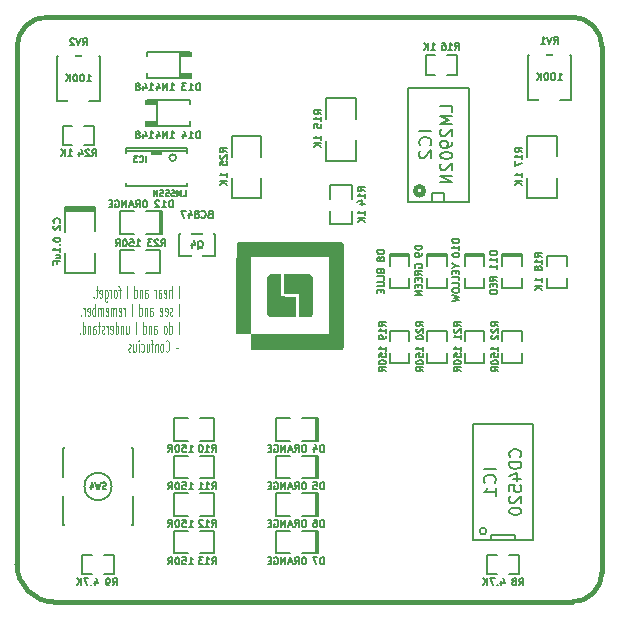
<source format=gbo>
G04 (created by PCBNEW (2013-mar-13)-testing) date Mon 19 Aug 2013 04:09:37 PM CEST*
%MOIN*%
G04 Gerber Fmt 3.4, Leading zero omitted, Abs format*
%FSLAX34Y34*%
G01*
G70*
G90*
G04 APERTURE LIST*
%ADD10C,0.000787402*%
%ADD11C,0.0049*%
%ADD12C,0.015*%
%ADD13C,0.006*%
%ADD14C,0.008*%
%ADD15C,0.0001*%
%ADD16C,0.007*%
%ADD17C,0.005*%
%ADD18R,0.052874X0.032874*%
%ADD19R,0.068874X0.031874*%
%ADD20R,0.072811X0.031874*%
%ADD21R,0.057874X0.021874*%
%ADD22R,0.062874X0.062874*%
%ADD23C,0.062874*%
%ADD24R,0.031874X0.042874*%
%ADD25R,0.070874X0.066974*%
%ADD26R,0.055074X0.055074*%
%ADD27R,0.062974X0.122074*%
%ADD28R,0.042874X0.062874*%
%ADD29R,0.062874X0.042874*%
%ADD30R,0.087874X0.067874*%
%ADD31R,0.032874X0.052874*%
G04 APERTURE END LIST*
G54D10*
G54D11*
X54034Y-39278D02*
X54109Y-39278D01*
X53706Y-39371D02*
X53715Y-39390D01*
X53744Y-39409D01*
X53762Y-39409D01*
X53791Y-39390D01*
X53809Y-39353D01*
X53819Y-39315D01*
X53828Y-39240D01*
X53828Y-39184D01*
X53819Y-39109D01*
X53809Y-39071D01*
X53791Y-39034D01*
X53762Y-39015D01*
X53744Y-39015D01*
X53715Y-39034D01*
X53706Y-39053D01*
X53594Y-39409D02*
X53612Y-39390D01*
X53622Y-39371D01*
X53631Y-39334D01*
X53631Y-39221D01*
X53622Y-39184D01*
X53612Y-39165D01*
X53594Y-39146D01*
X53565Y-39146D01*
X53547Y-39165D01*
X53537Y-39184D01*
X53528Y-39221D01*
X53528Y-39334D01*
X53537Y-39371D01*
X53547Y-39390D01*
X53565Y-39409D01*
X53594Y-39409D01*
X53443Y-39146D02*
X53443Y-39409D01*
X53443Y-39184D02*
X53434Y-39165D01*
X53415Y-39146D01*
X53387Y-39146D01*
X53368Y-39165D01*
X53359Y-39203D01*
X53359Y-39409D01*
X53293Y-39146D02*
X53218Y-39146D01*
X53265Y-39409D02*
X53265Y-39071D01*
X53256Y-39034D01*
X53237Y-39015D01*
X53218Y-39015D01*
X53068Y-39146D02*
X53068Y-39409D01*
X53153Y-39146D02*
X53153Y-39353D01*
X53143Y-39390D01*
X53124Y-39409D01*
X53096Y-39409D01*
X53078Y-39390D01*
X53068Y-39371D01*
X52890Y-39390D02*
X52909Y-39409D01*
X52946Y-39409D01*
X52965Y-39390D01*
X52974Y-39371D01*
X52984Y-39334D01*
X52984Y-39221D01*
X52974Y-39184D01*
X52965Y-39165D01*
X52946Y-39146D01*
X52909Y-39146D01*
X52890Y-39165D01*
X52806Y-39409D02*
X52806Y-39146D01*
X52806Y-39015D02*
X52815Y-39034D01*
X52806Y-39053D01*
X52796Y-39034D01*
X52806Y-39015D01*
X52806Y-39053D01*
X52627Y-39146D02*
X52627Y-39409D01*
X52712Y-39146D02*
X52712Y-39353D01*
X52702Y-39390D01*
X52684Y-39409D01*
X52655Y-39409D01*
X52637Y-39390D01*
X52627Y-39371D01*
X52543Y-39390D02*
X52524Y-39409D01*
X52487Y-39409D01*
X52468Y-39390D01*
X52458Y-39353D01*
X52458Y-39334D01*
X52468Y-39296D01*
X52487Y-39278D01*
X52515Y-39278D01*
X52533Y-39259D01*
X52543Y-39221D01*
X52543Y-39203D01*
X52533Y-39165D01*
X52515Y-39146D01*
X52487Y-39146D01*
X52468Y-39165D01*
X54155Y-38809D02*
X54155Y-38415D01*
X53827Y-38809D02*
X53827Y-38415D01*
X53827Y-38790D02*
X53846Y-38809D01*
X53883Y-38809D01*
X53902Y-38790D01*
X53911Y-38771D01*
X53921Y-38734D01*
X53921Y-38621D01*
X53911Y-38584D01*
X53902Y-38565D01*
X53883Y-38546D01*
X53846Y-38546D01*
X53827Y-38565D01*
X53705Y-38809D02*
X53724Y-38790D01*
X53733Y-38771D01*
X53742Y-38734D01*
X53742Y-38621D01*
X53733Y-38584D01*
X53724Y-38565D01*
X53705Y-38546D01*
X53677Y-38546D01*
X53658Y-38565D01*
X53649Y-38584D01*
X53639Y-38621D01*
X53639Y-38734D01*
X53649Y-38771D01*
X53658Y-38790D01*
X53677Y-38809D01*
X53705Y-38809D01*
X53320Y-38809D02*
X53320Y-38603D01*
X53330Y-38565D01*
X53348Y-38546D01*
X53386Y-38546D01*
X53405Y-38565D01*
X53320Y-38790D02*
X53339Y-38809D01*
X53386Y-38809D01*
X53405Y-38790D01*
X53414Y-38753D01*
X53414Y-38715D01*
X53405Y-38678D01*
X53386Y-38659D01*
X53339Y-38659D01*
X53320Y-38640D01*
X53227Y-38546D02*
X53227Y-38809D01*
X53227Y-38584D02*
X53217Y-38565D01*
X53198Y-38546D01*
X53170Y-38546D01*
X53151Y-38565D01*
X53142Y-38603D01*
X53142Y-38809D01*
X52964Y-38809D02*
X52964Y-38415D01*
X52964Y-38790D02*
X52983Y-38809D01*
X53020Y-38809D01*
X53039Y-38790D01*
X53048Y-38771D01*
X53058Y-38734D01*
X53058Y-38621D01*
X53048Y-38584D01*
X53039Y-38565D01*
X53020Y-38546D01*
X52983Y-38546D01*
X52964Y-38565D01*
X52720Y-38809D02*
X52720Y-38415D01*
X52392Y-38546D02*
X52392Y-38809D01*
X52476Y-38546D02*
X52476Y-38753D01*
X52467Y-38790D01*
X52448Y-38809D01*
X52420Y-38809D01*
X52401Y-38790D01*
X52392Y-38771D01*
X52298Y-38546D02*
X52298Y-38809D01*
X52298Y-38584D02*
X52288Y-38565D01*
X52270Y-38546D01*
X52242Y-38546D01*
X52223Y-38565D01*
X52213Y-38603D01*
X52213Y-38809D01*
X52035Y-38809D02*
X52035Y-38415D01*
X52035Y-38790D02*
X52054Y-38809D01*
X52091Y-38809D01*
X52110Y-38790D01*
X52120Y-38771D01*
X52129Y-38734D01*
X52129Y-38621D01*
X52120Y-38584D01*
X52110Y-38565D01*
X52091Y-38546D01*
X52054Y-38546D01*
X52035Y-38565D01*
X51866Y-38790D02*
X51885Y-38809D01*
X51923Y-38809D01*
X51941Y-38790D01*
X51951Y-38753D01*
X51951Y-38603D01*
X51941Y-38565D01*
X51923Y-38546D01*
X51885Y-38546D01*
X51866Y-38565D01*
X51857Y-38603D01*
X51857Y-38640D01*
X51951Y-38678D01*
X51772Y-38809D02*
X51772Y-38546D01*
X51772Y-38621D02*
X51763Y-38584D01*
X51754Y-38565D01*
X51735Y-38546D01*
X51716Y-38546D01*
X51660Y-38790D02*
X51641Y-38809D01*
X51604Y-38809D01*
X51585Y-38790D01*
X51575Y-38753D01*
X51575Y-38734D01*
X51585Y-38696D01*
X51604Y-38678D01*
X51632Y-38678D01*
X51651Y-38659D01*
X51660Y-38621D01*
X51660Y-38603D01*
X51651Y-38565D01*
X51632Y-38546D01*
X51604Y-38546D01*
X51585Y-38565D01*
X51519Y-38546D02*
X51444Y-38546D01*
X51491Y-38415D02*
X51491Y-38753D01*
X51482Y-38790D01*
X51463Y-38809D01*
X51444Y-38809D01*
X51294Y-38809D02*
X51294Y-38603D01*
X51303Y-38565D01*
X51322Y-38546D01*
X51360Y-38546D01*
X51378Y-38565D01*
X51294Y-38790D02*
X51313Y-38809D01*
X51360Y-38809D01*
X51378Y-38790D01*
X51388Y-38753D01*
X51388Y-38715D01*
X51378Y-38678D01*
X51360Y-38659D01*
X51313Y-38659D01*
X51294Y-38640D01*
X51200Y-38546D02*
X51200Y-38809D01*
X51200Y-38584D02*
X51191Y-38565D01*
X51172Y-38546D01*
X51144Y-38546D01*
X51125Y-38565D01*
X51116Y-38603D01*
X51116Y-38809D01*
X50938Y-38809D02*
X50938Y-38415D01*
X50938Y-38790D02*
X50956Y-38809D01*
X50994Y-38809D01*
X51013Y-38790D01*
X51022Y-38771D01*
X51031Y-38734D01*
X51031Y-38621D01*
X51022Y-38584D01*
X51013Y-38565D01*
X50994Y-38546D01*
X50956Y-38546D01*
X50938Y-38565D01*
X50844Y-38771D02*
X50834Y-38790D01*
X50844Y-38809D01*
X50853Y-38790D01*
X50844Y-38771D01*
X50844Y-38809D01*
X54146Y-37609D02*
X54146Y-37215D01*
X53902Y-37609D02*
X53902Y-37215D01*
X53817Y-37609D02*
X53817Y-37403D01*
X53827Y-37365D01*
X53846Y-37346D01*
X53874Y-37346D01*
X53892Y-37365D01*
X53902Y-37384D01*
X53649Y-37590D02*
X53667Y-37609D01*
X53705Y-37609D01*
X53724Y-37590D01*
X53733Y-37553D01*
X53733Y-37403D01*
X53724Y-37365D01*
X53705Y-37346D01*
X53667Y-37346D01*
X53649Y-37365D01*
X53639Y-37403D01*
X53639Y-37440D01*
X53733Y-37478D01*
X53470Y-37609D02*
X53470Y-37403D01*
X53480Y-37365D01*
X53498Y-37346D01*
X53536Y-37346D01*
X53555Y-37365D01*
X53470Y-37590D02*
X53489Y-37609D01*
X53536Y-37609D01*
X53555Y-37590D01*
X53564Y-37553D01*
X53564Y-37515D01*
X53555Y-37478D01*
X53536Y-37459D01*
X53489Y-37459D01*
X53470Y-37440D01*
X53377Y-37609D02*
X53377Y-37346D01*
X53377Y-37421D02*
X53367Y-37384D01*
X53358Y-37365D01*
X53339Y-37346D01*
X53320Y-37346D01*
X53020Y-37609D02*
X53020Y-37403D01*
X53029Y-37365D01*
X53048Y-37346D01*
X53086Y-37346D01*
X53104Y-37365D01*
X53020Y-37590D02*
X53039Y-37609D01*
X53086Y-37609D01*
X53104Y-37590D01*
X53114Y-37553D01*
X53114Y-37515D01*
X53104Y-37478D01*
X53086Y-37459D01*
X53039Y-37459D01*
X53020Y-37440D01*
X52926Y-37346D02*
X52926Y-37609D01*
X52926Y-37384D02*
X52917Y-37365D01*
X52898Y-37346D01*
X52870Y-37346D01*
X52851Y-37365D01*
X52842Y-37403D01*
X52842Y-37609D01*
X52664Y-37609D02*
X52664Y-37215D01*
X52664Y-37590D02*
X52682Y-37609D01*
X52720Y-37609D01*
X52739Y-37590D01*
X52748Y-37571D01*
X52757Y-37534D01*
X52757Y-37421D01*
X52748Y-37384D01*
X52739Y-37365D01*
X52720Y-37346D01*
X52682Y-37346D01*
X52664Y-37365D01*
X52420Y-37609D02*
X52420Y-37215D01*
X52204Y-37346D02*
X52129Y-37346D01*
X52176Y-37609D02*
X52176Y-37271D01*
X52166Y-37234D01*
X52148Y-37215D01*
X52129Y-37215D01*
X52035Y-37609D02*
X52054Y-37590D01*
X52063Y-37571D01*
X52073Y-37534D01*
X52073Y-37421D01*
X52063Y-37384D01*
X52054Y-37365D01*
X52035Y-37346D01*
X52007Y-37346D01*
X51988Y-37365D01*
X51979Y-37384D01*
X51969Y-37421D01*
X51969Y-37534D01*
X51979Y-37571D01*
X51988Y-37590D01*
X52007Y-37609D01*
X52035Y-37609D01*
X51885Y-37609D02*
X51885Y-37346D01*
X51885Y-37421D02*
X51876Y-37384D01*
X51866Y-37365D01*
X51847Y-37346D01*
X51829Y-37346D01*
X51679Y-37346D02*
X51679Y-37665D01*
X51688Y-37703D01*
X51697Y-37722D01*
X51716Y-37740D01*
X51744Y-37740D01*
X51763Y-37722D01*
X51679Y-37590D02*
X51697Y-37609D01*
X51735Y-37609D01*
X51754Y-37590D01*
X51763Y-37571D01*
X51772Y-37534D01*
X51772Y-37421D01*
X51763Y-37384D01*
X51754Y-37365D01*
X51735Y-37346D01*
X51697Y-37346D01*
X51679Y-37365D01*
X51510Y-37590D02*
X51528Y-37609D01*
X51566Y-37609D01*
X51585Y-37590D01*
X51594Y-37553D01*
X51594Y-37403D01*
X51585Y-37365D01*
X51566Y-37346D01*
X51528Y-37346D01*
X51510Y-37365D01*
X51500Y-37403D01*
X51500Y-37440D01*
X51594Y-37478D01*
X51444Y-37346D02*
X51369Y-37346D01*
X51416Y-37215D02*
X51416Y-37553D01*
X51407Y-37590D01*
X51388Y-37609D01*
X51369Y-37609D01*
X51303Y-37571D02*
X51294Y-37590D01*
X51303Y-37609D01*
X51313Y-37590D01*
X51303Y-37571D01*
X51303Y-37609D01*
X54162Y-38209D02*
X54162Y-37815D01*
X53927Y-38190D02*
X53908Y-38209D01*
X53871Y-38209D01*
X53852Y-38190D01*
X53843Y-38153D01*
X53843Y-38134D01*
X53852Y-38096D01*
X53871Y-38078D01*
X53899Y-38078D01*
X53918Y-38059D01*
X53927Y-38021D01*
X53927Y-38003D01*
X53918Y-37965D01*
X53899Y-37946D01*
X53871Y-37946D01*
X53852Y-37965D01*
X53683Y-38190D02*
X53702Y-38209D01*
X53739Y-38209D01*
X53758Y-38190D01*
X53768Y-38153D01*
X53768Y-38003D01*
X53758Y-37965D01*
X53739Y-37946D01*
X53702Y-37946D01*
X53683Y-37965D01*
X53674Y-38003D01*
X53674Y-38040D01*
X53768Y-38078D01*
X53514Y-38190D02*
X53533Y-38209D01*
X53571Y-38209D01*
X53589Y-38190D01*
X53599Y-38153D01*
X53599Y-38003D01*
X53589Y-37965D01*
X53571Y-37946D01*
X53533Y-37946D01*
X53514Y-37965D01*
X53505Y-38003D01*
X53505Y-38040D01*
X53599Y-38078D01*
X53186Y-38209D02*
X53186Y-38003D01*
X53195Y-37965D01*
X53214Y-37946D01*
X53252Y-37946D01*
X53270Y-37965D01*
X53186Y-38190D02*
X53205Y-38209D01*
X53252Y-38209D01*
X53270Y-38190D01*
X53280Y-38153D01*
X53280Y-38115D01*
X53270Y-38078D01*
X53252Y-38059D01*
X53205Y-38059D01*
X53186Y-38040D01*
X53092Y-37946D02*
X53092Y-38209D01*
X53092Y-37984D02*
X53083Y-37965D01*
X53064Y-37946D01*
X53036Y-37946D01*
X53017Y-37965D01*
X53008Y-38003D01*
X53008Y-38209D01*
X52829Y-38209D02*
X52829Y-37815D01*
X52829Y-38190D02*
X52848Y-38209D01*
X52886Y-38209D01*
X52904Y-38190D01*
X52914Y-38171D01*
X52923Y-38134D01*
X52923Y-38021D01*
X52914Y-37984D01*
X52904Y-37965D01*
X52886Y-37946D01*
X52848Y-37946D01*
X52829Y-37965D01*
X52586Y-38209D02*
X52586Y-37815D01*
X52342Y-38209D02*
X52342Y-37946D01*
X52342Y-38021D02*
X52332Y-37984D01*
X52323Y-37965D01*
X52304Y-37946D01*
X52285Y-37946D01*
X52145Y-38190D02*
X52163Y-38209D01*
X52201Y-38209D01*
X52220Y-38190D01*
X52229Y-38153D01*
X52229Y-38003D01*
X52220Y-37965D01*
X52201Y-37946D01*
X52163Y-37946D01*
X52145Y-37965D01*
X52135Y-38003D01*
X52135Y-38040D01*
X52229Y-38078D01*
X52051Y-38209D02*
X52051Y-37946D01*
X52051Y-37984D02*
X52041Y-37965D01*
X52023Y-37946D01*
X51995Y-37946D01*
X51976Y-37965D01*
X51966Y-38003D01*
X51966Y-38209D01*
X51966Y-38003D02*
X51957Y-37965D01*
X51938Y-37946D01*
X51910Y-37946D01*
X51891Y-37965D01*
X51882Y-38003D01*
X51882Y-38209D01*
X51713Y-38190D02*
X51732Y-38209D01*
X51769Y-38209D01*
X51788Y-38190D01*
X51798Y-38153D01*
X51798Y-38003D01*
X51788Y-37965D01*
X51769Y-37946D01*
X51732Y-37946D01*
X51713Y-37965D01*
X51704Y-38003D01*
X51704Y-38040D01*
X51798Y-38078D01*
X51619Y-38209D02*
X51619Y-37946D01*
X51619Y-37984D02*
X51610Y-37965D01*
X51591Y-37946D01*
X51563Y-37946D01*
X51544Y-37965D01*
X51535Y-38003D01*
X51535Y-38209D01*
X51535Y-38003D02*
X51525Y-37965D01*
X51507Y-37946D01*
X51479Y-37946D01*
X51460Y-37965D01*
X51450Y-38003D01*
X51450Y-38209D01*
X51357Y-38209D02*
X51357Y-37815D01*
X51357Y-37965D02*
X51338Y-37946D01*
X51300Y-37946D01*
X51282Y-37965D01*
X51272Y-37984D01*
X51263Y-38021D01*
X51263Y-38134D01*
X51272Y-38171D01*
X51282Y-38190D01*
X51300Y-38209D01*
X51338Y-38209D01*
X51357Y-38190D01*
X51103Y-38190D02*
X51122Y-38209D01*
X51160Y-38209D01*
X51178Y-38190D01*
X51188Y-38153D01*
X51188Y-38003D01*
X51178Y-37965D01*
X51160Y-37946D01*
X51122Y-37946D01*
X51103Y-37965D01*
X51094Y-38003D01*
X51094Y-38040D01*
X51188Y-38078D01*
X51010Y-38209D02*
X51010Y-37946D01*
X51010Y-38021D02*
X51000Y-37984D01*
X50991Y-37965D01*
X50972Y-37946D01*
X50953Y-37946D01*
X50888Y-38171D02*
X50878Y-38190D01*
X50888Y-38209D01*
X50897Y-38190D01*
X50888Y-38171D01*
X50888Y-38209D01*
G54D12*
X67250Y-28250D02*
X49750Y-28250D01*
X68250Y-46750D02*
X68250Y-29250D01*
X68250Y-29250D02*
G75*
G03X67250Y-28250I-1000J0D01*
G74*
G01*
X50000Y-47750D02*
X67250Y-47750D01*
X48750Y-46500D02*
X48750Y-29250D01*
X48750Y-46500D02*
G75*
G03X50000Y-47750I1250J0D01*
G74*
G01*
X67250Y-47750D02*
G75*
G03X68250Y-46750I0J1000D01*
G74*
G01*
X49750Y-28250D02*
G75*
G03X48750Y-29250I0J-1000D01*
G74*
G01*
G54D13*
X63671Y-38721D02*
X63671Y-39050D01*
X63671Y-39778D02*
X63671Y-39450D01*
X64328Y-39778D02*
X63671Y-39778D01*
X64328Y-38721D02*
X63671Y-38721D01*
X64328Y-39778D02*
X64328Y-39450D01*
X64328Y-38721D02*
X64328Y-39050D01*
G54D12*
X62314Y-34048D02*
G75*
G03X62314Y-34048I-146J0D01*
G74*
G01*
G54D14*
X63803Y-34400D02*
X63803Y-30600D01*
X63803Y-30600D02*
X61796Y-30600D01*
X61796Y-30600D02*
X61796Y-34400D01*
X61796Y-34400D02*
X63803Y-34400D01*
X63000Y-34400D02*
X63000Y-34100D01*
X63000Y-34100D02*
X62600Y-34100D01*
X62600Y-34100D02*
X62600Y-34400D01*
X54052Y-32941D02*
G75*
G03X54052Y-32941I-111J0D01*
G74*
G01*
X52376Y-32828D02*
X52376Y-32631D01*
X52376Y-32631D02*
X54423Y-32631D01*
X54423Y-32631D02*
X54423Y-32828D01*
X53557Y-32788D02*
X53243Y-32788D01*
X53243Y-32749D02*
X53557Y-32749D01*
X53557Y-32709D02*
X53557Y-32828D01*
X53557Y-32828D02*
X53243Y-32828D01*
X53243Y-32828D02*
X53243Y-32709D01*
X52376Y-32709D02*
X52376Y-32828D01*
X52376Y-32709D02*
X54423Y-32709D01*
X54423Y-32709D02*
X54423Y-32828D01*
X52376Y-33891D02*
X54423Y-33891D01*
X54423Y-33891D02*
X54423Y-33772D01*
X52376Y-33891D02*
X52376Y-33772D01*
G54D15*
G36*
X56066Y-36930D02*
X56066Y-37051D01*
X56066Y-37178D01*
X56066Y-37316D01*
X56066Y-37336D01*
X56066Y-38828D01*
X56311Y-38828D01*
X56556Y-38828D01*
X56556Y-37537D01*
X56556Y-36246D01*
X57848Y-36246D01*
X59139Y-36246D01*
X59139Y-37537D01*
X59139Y-38828D01*
X57849Y-38828D01*
X56560Y-38828D01*
X56560Y-39096D01*
X56560Y-39362D01*
X58047Y-39362D01*
X58183Y-39362D01*
X58311Y-39362D01*
X58431Y-39362D01*
X58543Y-39362D01*
X58646Y-39362D01*
X58742Y-39362D01*
X58831Y-39362D01*
X58914Y-39362D01*
X58989Y-39362D01*
X59059Y-39362D01*
X59121Y-39362D01*
X59179Y-39362D01*
X59232Y-39361D01*
X59277Y-39361D01*
X59319Y-39361D01*
X59356Y-39361D01*
X59390Y-39361D01*
X59419Y-39360D01*
X59444Y-39360D01*
X59464Y-39360D01*
X59484Y-39360D01*
X59499Y-39358D01*
X59512Y-39358D01*
X59522Y-39357D01*
X59532Y-39357D01*
X59538Y-39357D01*
X59544Y-39356D01*
X59547Y-39355D01*
X59551Y-39355D01*
X59553Y-39354D01*
X59556Y-39354D01*
X59556Y-39352D01*
X59582Y-39339D01*
X59606Y-39319D01*
X59626Y-39296D01*
X59640Y-39271D01*
X59642Y-39264D01*
X59642Y-39258D01*
X59643Y-39243D01*
X59643Y-39220D01*
X59643Y-39189D01*
X59644Y-39150D01*
X59644Y-39102D01*
X59644Y-39046D01*
X59644Y-38983D01*
X59644Y-38913D01*
X59646Y-38835D01*
X59646Y-38750D01*
X59646Y-38658D01*
X59646Y-38559D01*
X59646Y-38454D01*
X59646Y-38342D01*
X59647Y-38224D01*
X59647Y-38100D01*
X59647Y-37970D01*
X59647Y-37834D01*
X59647Y-37693D01*
X59647Y-37546D01*
X59647Y-37544D01*
X59647Y-37398D01*
X59647Y-37260D01*
X59647Y-37130D01*
X59647Y-37009D01*
X59647Y-36895D01*
X59647Y-36789D01*
X59647Y-36691D01*
X59647Y-36598D01*
X59647Y-36514D01*
X59647Y-36435D01*
X59647Y-36363D01*
X59646Y-36297D01*
X59646Y-36237D01*
X59646Y-36182D01*
X59646Y-36132D01*
X59646Y-36087D01*
X59646Y-36048D01*
X59646Y-36012D01*
X59644Y-35980D01*
X59644Y-35952D01*
X59644Y-35928D01*
X59644Y-35907D01*
X59643Y-35889D01*
X59643Y-35874D01*
X59643Y-35862D01*
X59642Y-35851D01*
X59642Y-35842D01*
X59642Y-35836D01*
X59641Y-35832D01*
X59640Y-35827D01*
X59640Y-35824D01*
X59638Y-35822D01*
X59638Y-35821D01*
X59638Y-35820D01*
X59625Y-35798D01*
X59606Y-35775D01*
X59583Y-35757D01*
X59569Y-35748D01*
X59546Y-35736D01*
X57856Y-35736D01*
X56167Y-35736D01*
X56144Y-35748D01*
X56128Y-35757D01*
X56112Y-35772D01*
X56101Y-35782D01*
X56097Y-35785D01*
X56095Y-35787D01*
X56092Y-35790D01*
X56090Y-35792D01*
X56088Y-35793D01*
X56085Y-35796D01*
X56083Y-35799D01*
X56080Y-35803D01*
X56079Y-35809D01*
X56078Y-35816D01*
X56076Y-35824D01*
X56074Y-35835D01*
X56073Y-35848D01*
X56072Y-35865D01*
X56071Y-35884D01*
X56071Y-35906D01*
X56070Y-35931D01*
X56070Y-35961D01*
X56068Y-35995D01*
X56068Y-36032D01*
X56068Y-36075D01*
X56067Y-36122D01*
X56067Y-36175D01*
X56067Y-36234D01*
X56066Y-36297D01*
X56066Y-36367D01*
X56066Y-36444D01*
X56066Y-36526D01*
X56066Y-36616D01*
X56066Y-36714D01*
X56066Y-36818D01*
X56066Y-36930D01*
X56066Y-36930D01*
X56066Y-36930D01*
G37*
G36*
X57661Y-37488D02*
X57908Y-37488D01*
X58155Y-37488D01*
X58156Y-37874D01*
X58156Y-38260D01*
X58304Y-38260D01*
X58341Y-38260D01*
X58376Y-38260D01*
X58408Y-38260D01*
X58437Y-38260D01*
X58459Y-38259D01*
X58474Y-38258D01*
X58480Y-38258D01*
X58514Y-38251D01*
X58544Y-38235D01*
X58570Y-38212D01*
X58591Y-38181D01*
X58593Y-38175D01*
X58606Y-38149D01*
X58605Y-37533D01*
X58605Y-36916D01*
X58594Y-36894D01*
X58579Y-36867D01*
X58557Y-36844D01*
X58533Y-36826D01*
X58525Y-36823D01*
X58521Y-36820D01*
X58518Y-36820D01*
X58514Y-36818D01*
X58508Y-36818D01*
X58501Y-36817D01*
X58490Y-36816D01*
X58478Y-36816D01*
X58461Y-36814D01*
X58442Y-36813D01*
X58417Y-36813D01*
X58387Y-36813D01*
X58351Y-36813D01*
X58310Y-36813D01*
X58261Y-36813D01*
X58206Y-36812D01*
X58142Y-36812D01*
X58082Y-36812D01*
X57661Y-36811D01*
X57661Y-37149D01*
X57661Y-37488D01*
X57661Y-37488D01*
X57661Y-37488D01*
G37*
G36*
X57097Y-38154D02*
X57108Y-38174D01*
X57127Y-38205D01*
X57152Y-38229D01*
X57178Y-38246D01*
X57208Y-38260D01*
X57631Y-38262D01*
X58052Y-38263D01*
X58052Y-37915D01*
X58052Y-37568D01*
X57806Y-37567D01*
X57560Y-37566D01*
X57559Y-37188D01*
X57558Y-36811D01*
X57376Y-36812D01*
X57195Y-36813D01*
X57171Y-36826D01*
X57142Y-36847D01*
X57118Y-36876D01*
X57108Y-36895D01*
X57097Y-36915D01*
X57097Y-37534D01*
X57097Y-38154D01*
X57097Y-38154D01*
X57097Y-38154D01*
G37*
G54D14*
X64401Y-45385D02*
G75*
G03X64401Y-45385I-115J0D01*
G74*
G01*
X65344Y-45699D02*
X65344Y-45522D01*
X65344Y-45522D02*
X64556Y-45522D01*
X64556Y-45522D02*
X64556Y-45699D01*
X63945Y-41801D02*
X63945Y-45699D01*
X65954Y-45699D02*
X65954Y-41801D01*
X65954Y-45699D02*
X63945Y-45699D01*
X65954Y-41801D02*
X63945Y-41801D01*
G54D13*
X54514Y-35496D02*
X54986Y-35496D01*
X54238Y-36204D02*
X54632Y-36204D01*
X55262Y-36204D02*
X54868Y-36204D01*
X54159Y-36204D02*
X54238Y-36204D01*
X54159Y-36204D02*
X54159Y-35496D01*
X54159Y-35496D02*
X54238Y-35496D01*
X55341Y-35496D02*
X55262Y-35496D01*
X55341Y-36204D02*
X55262Y-36204D01*
X55341Y-35496D02*
X55341Y-36204D01*
G54D14*
X51509Y-31050D02*
X51154Y-31050D01*
X50091Y-31050D02*
X50446Y-31050D01*
X51509Y-29554D02*
X51469Y-29554D01*
X50091Y-29554D02*
X50131Y-29554D01*
X50682Y-29554D02*
X50918Y-29554D01*
X51509Y-31050D02*
X51509Y-29554D01*
X50091Y-31050D02*
X50091Y-29554D01*
X67209Y-31000D02*
X66854Y-31000D01*
X65791Y-31000D02*
X66146Y-31000D01*
X67209Y-29504D02*
X67169Y-29504D01*
X65791Y-29504D02*
X65831Y-29504D01*
X66382Y-29504D02*
X66618Y-29504D01*
X67209Y-31000D02*
X67209Y-29504D01*
X65791Y-31000D02*
X65791Y-29504D01*
G54D16*
X54547Y-30283D02*
X54547Y-30126D01*
X54547Y-29417D02*
X54547Y-29574D01*
X54173Y-29417D02*
X54173Y-30283D01*
X54213Y-30244D02*
X54528Y-30244D01*
X54528Y-30165D02*
X54213Y-30165D01*
X54213Y-30204D02*
X54528Y-30204D01*
X54528Y-30126D02*
X54213Y-30126D01*
X54528Y-29574D02*
X54213Y-29574D01*
X54213Y-29535D02*
X54528Y-29535D01*
X54528Y-29496D02*
X54213Y-29496D01*
X54213Y-29456D02*
X54528Y-29456D01*
X54213Y-29417D02*
X54213Y-30283D01*
X54391Y-30283D02*
X54391Y-30126D01*
X54391Y-29417D02*
X54391Y-29574D01*
X53090Y-29417D02*
X53090Y-29574D01*
X53090Y-30283D02*
X53090Y-30126D01*
X54528Y-30283D02*
X53091Y-30283D01*
X54528Y-29417D02*
X53091Y-29417D01*
X53052Y-31017D02*
X53052Y-31174D01*
X53052Y-31883D02*
X53052Y-31726D01*
X53426Y-31883D02*
X53426Y-31017D01*
X53386Y-31056D02*
X53071Y-31056D01*
X53071Y-31135D02*
X53386Y-31135D01*
X53386Y-31096D02*
X53071Y-31096D01*
X53071Y-31174D02*
X53386Y-31174D01*
X53071Y-31726D02*
X53386Y-31726D01*
X53386Y-31765D02*
X53071Y-31765D01*
X53071Y-31804D02*
X53386Y-31804D01*
X53386Y-31844D02*
X53071Y-31844D01*
X53386Y-31883D02*
X53386Y-31017D01*
X53209Y-31017D02*
X53209Y-31174D01*
X53209Y-31883D02*
X53209Y-31726D01*
X54509Y-31883D02*
X54509Y-31726D01*
X54509Y-31017D02*
X54509Y-31174D01*
X53071Y-31017D02*
X54508Y-31017D01*
X53071Y-31883D02*
X54508Y-31883D01*
G54D14*
X52631Y-45199D02*
X52631Y-44215D01*
X52631Y-45199D02*
X52513Y-45199D01*
X52631Y-42601D02*
X52631Y-43585D01*
X52631Y-42601D02*
X52513Y-42601D01*
X50269Y-42601D02*
X50269Y-43585D01*
X50269Y-42601D02*
X50387Y-42601D01*
X50269Y-45199D02*
X50269Y-44215D01*
X50269Y-45199D02*
X50387Y-45199D01*
X51906Y-43900D02*
G75*
G03X51906Y-43900I-456J0D01*
G74*
G01*
G54D17*
X54850Y-42378D02*
X55307Y-42378D01*
X55309Y-42374D02*
X55309Y-41621D01*
X55307Y-41621D02*
X54850Y-41621D01*
X54450Y-41621D02*
X53992Y-41621D01*
X53990Y-41621D02*
X53990Y-42374D01*
X53992Y-42378D02*
X54450Y-42378D01*
X54850Y-43628D02*
X55307Y-43628D01*
X55309Y-43624D02*
X55309Y-42871D01*
X55307Y-42871D02*
X54850Y-42871D01*
X54450Y-42871D02*
X53992Y-42871D01*
X53990Y-42871D02*
X53990Y-43624D01*
X53992Y-43628D02*
X54450Y-43628D01*
X54850Y-44878D02*
X55307Y-44878D01*
X55309Y-44874D02*
X55309Y-44121D01*
X55307Y-44121D02*
X54850Y-44121D01*
X54450Y-44121D02*
X53992Y-44121D01*
X53990Y-44121D02*
X53990Y-44874D01*
X53992Y-44878D02*
X54450Y-44878D01*
X54850Y-46128D02*
X55307Y-46128D01*
X55309Y-46124D02*
X55309Y-45371D01*
X55307Y-45371D02*
X54850Y-45371D01*
X54450Y-45371D02*
X53992Y-45371D01*
X53990Y-45371D02*
X53990Y-46124D01*
X53992Y-46128D02*
X54450Y-46128D01*
X58728Y-42374D02*
X58728Y-41621D01*
X58768Y-42374D02*
X58768Y-41621D01*
X58787Y-42374D02*
X58787Y-41621D01*
X58250Y-42378D02*
X58786Y-42378D01*
X58709Y-42374D02*
X58709Y-41621D01*
X58786Y-41621D02*
X58250Y-41621D01*
X57850Y-41621D02*
X57392Y-41621D01*
X57390Y-41621D02*
X57390Y-42374D01*
X57392Y-42378D02*
X57850Y-42378D01*
X58728Y-43624D02*
X58728Y-42871D01*
X58768Y-43624D02*
X58768Y-42871D01*
X58787Y-43624D02*
X58787Y-42871D01*
X58250Y-43628D02*
X58786Y-43628D01*
X58709Y-43624D02*
X58709Y-42871D01*
X58786Y-42871D02*
X58250Y-42871D01*
X57850Y-42871D02*
X57392Y-42871D01*
X57390Y-42871D02*
X57390Y-43624D01*
X57392Y-43628D02*
X57850Y-43628D01*
X58728Y-44874D02*
X58728Y-44121D01*
X58768Y-44874D02*
X58768Y-44121D01*
X58787Y-44874D02*
X58787Y-44121D01*
X58250Y-44878D02*
X58786Y-44878D01*
X58709Y-44874D02*
X58709Y-44121D01*
X58786Y-44121D02*
X58250Y-44121D01*
X57850Y-44121D02*
X57392Y-44121D01*
X57390Y-44121D02*
X57390Y-44874D01*
X57392Y-44878D02*
X57850Y-44878D01*
X58728Y-46124D02*
X58728Y-45371D01*
X58768Y-46124D02*
X58768Y-45371D01*
X58787Y-46124D02*
X58787Y-45371D01*
X58250Y-46128D02*
X58786Y-46128D01*
X58709Y-46124D02*
X58709Y-45371D01*
X58786Y-45371D02*
X58250Y-45371D01*
X57850Y-45371D02*
X57392Y-45371D01*
X57390Y-45371D02*
X57390Y-46124D01*
X57392Y-46128D02*
X57850Y-46128D01*
X59171Y-34700D02*
X59171Y-35157D01*
X59175Y-35159D02*
X59928Y-35159D01*
X59928Y-35157D02*
X59928Y-34700D01*
X59928Y-34300D02*
X59928Y-33842D01*
X59928Y-33840D02*
X59175Y-33840D01*
X59171Y-33842D02*
X59171Y-34300D01*
X52650Y-36021D02*
X52192Y-36021D01*
X52190Y-36025D02*
X52190Y-36778D01*
X52192Y-36778D02*
X52650Y-36778D01*
X53050Y-36778D02*
X53507Y-36778D01*
X53509Y-36778D02*
X53509Y-36025D01*
X53507Y-36021D02*
X53050Y-36021D01*
X53528Y-35474D02*
X53528Y-34721D01*
X53568Y-35474D02*
X53568Y-34721D01*
X53587Y-35474D02*
X53587Y-34721D01*
X53050Y-35478D02*
X53586Y-35478D01*
X53509Y-35474D02*
X53509Y-34721D01*
X53586Y-34721D02*
X53050Y-34721D01*
X52650Y-34721D02*
X52192Y-34721D01*
X52190Y-34721D02*
X52190Y-35474D01*
X52192Y-35478D02*
X52650Y-35478D01*
X65760Y-32210D02*
X66739Y-32210D01*
X66739Y-32210D02*
X66739Y-32880D01*
X65760Y-33600D02*
X65760Y-34289D01*
X65760Y-34289D02*
X66739Y-34289D01*
X66739Y-34289D02*
X66739Y-33600D01*
X65760Y-32900D02*
X65760Y-32210D01*
X60039Y-33039D02*
X59060Y-33039D01*
X59060Y-33039D02*
X59060Y-32369D01*
X60039Y-31650D02*
X60039Y-30960D01*
X60039Y-30960D02*
X59060Y-30960D01*
X59060Y-30960D02*
X59060Y-31650D01*
X60039Y-32350D02*
X60039Y-33039D01*
X56889Y-34289D02*
X55910Y-34289D01*
X55910Y-34289D02*
X55910Y-33619D01*
X56889Y-32900D02*
X56889Y-32210D01*
X56889Y-32210D02*
X55910Y-32210D01*
X55910Y-32210D02*
X55910Y-32900D01*
X56889Y-33600D02*
X56889Y-34289D01*
X50360Y-34671D02*
X51339Y-34671D01*
X50360Y-34631D02*
X51339Y-34631D01*
X50360Y-34592D02*
X51339Y-34592D01*
X50360Y-34710D02*
X51339Y-34710D01*
X51339Y-34592D02*
X51339Y-35380D01*
X50360Y-36100D02*
X50360Y-36789D01*
X50360Y-36789D02*
X51339Y-36789D01*
X51339Y-36789D02*
X51339Y-36100D01*
X50360Y-35400D02*
X50360Y-34592D01*
G54D13*
X50921Y-46828D02*
X51250Y-46828D01*
X51978Y-46828D02*
X51650Y-46828D01*
X51978Y-46171D02*
X51978Y-46828D01*
X50921Y-46171D02*
X50921Y-46828D01*
X51978Y-46171D02*
X51650Y-46171D01*
X50921Y-46171D02*
X51250Y-46171D01*
X64421Y-46828D02*
X64750Y-46828D01*
X65478Y-46828D02*
X65150Y-46828D01*
X65478Y-46171D02*
X65478Y-46828D01*
X64421Y-46171D02*
X64421Y-46828D01*
X65478Y-46171D02*
X65150Y-46171D01*
X64421Y-46171D02*
X64750Y-46171D01*
X51328Y-31871D02*
X51000Y-31871D01*
X50271Y-31871D02*
X50600Y-31871D01*
X50271Y-32528D02*
X50271Y-31871D01*
X51328Y-32528D02*
X51328Y-31871D01*
X50271Y-32528D02*
X50600Y-32528D01*
X51328Y-32528D02*
X51000Y-32528D01*
X63428Y-29521D02*
X63100Y-29521D01*
X62371Y-29521D02*
X62700Y-29521D01*
X62371Y-30178D02*
X62371Y-29521D01*
X63428Y-30178D02*
X63428Y-29521D01*
X62371Y-30178D02*
X62700Y-30178D01*
X63428Y-30178D02*
X63100Y-30178D01*
X67078Y-37278D02*
X67078Y-36950D01*
X67078Y-36221D02*
X67078Y-36550D01*
X66421Y-36221D02*
X67078Y-36221D01*
X66421Y-37278D02*
X67078Y-37278D01*
X66421Y-36221D02*
X66421Y-36550D01*
X66421Y-37278D02*
X66421Y-36950D01*
X64921Y-38721D02*
X64921Y-39050D01*
X64921Y-39778D02*
X64921Y-39450D01*
X65578Y-39778D02*
X64921Y-39778D01*
X65578Y-38721D02*
X64921Y-38721D01*
X65578Y-39778D02*
X65578Y-39450D01*
X65578Y-38721D02*
X65578Y-39050D01*
X62421Y-38721D02*
X62421Y-39050D01*
X62421Y-39778D02*
X62421Y-39450D01*
X63078Y-39778D02*
X62421Y-39778D01*
X63078Y-38721D02*
X62421Y-38721D01*
X63078Y-39778D02*
X63078Y-39450D01*
X63078Y-38721D02*
X63078Y-39050D01*
X61171Y-38721D02*
X61171Y-39050D01*
X61171Y-39778D02*
X61171Y-39450D01*
X61828Y-39778D02*
X61171Y-39778D01*
X61828Y-38721D02*
X61171Y-38721D01*
X61828Y-39778D02*
X61828Y-39450D01*
X61828Y-38721D02*
X61828Y-39050D01*
X64921Y-36142D02*
X65578Y-36142D01*
X64921Y-36181D02*
X65578Y-36181D01*
X65578Y-37278D02*
X65578Y-36950D01*
X65578Y-36142D02*
X65578Y-36550D01*
X64921Y-36221D02*
X65578Y-36221D01*
X64921Y-37278D02*
X65578Y-37278D01*
X64921Y-36142D02*
X64921Y-36550D01*
X64921Y-37278D02*
X64921Y-36950D01*
X63671Y-36142D02*
X64328Y-36142D01*
X63671Y-36181D02*
X64328Y-36181D01*
X64328Y-37278D02*
X64328Y-36950D01*
X64328Y-36142D02*
X64328Y-36550D01*
X63671Y-36221D02*
X64328Y-36221D01*
X63671Y-37278D02*
X64328Y-37278D01*
X63671Y-36142D02*
X63671Y-36550D01*
X63671Y-37278D02*
X63671Y-36950D01*
X62421Y-36142D02*
X63078Y-36142D01*
X62421Y-36181D02*
X63078Y-36181D01*
X63078Y-37278D02*
X63078Y-36950D01*
X63078Y-36142D02*
X63078Y-36550D01*
X62421Y-36221D02*
X63078Y-36221D01*
X62421Y-37278D02*
X63078Y-37278D01*
X62421Y-36142D02*
X62421Y-36550D01*
X62421Y-37278D02*
X62421Y-36950D01*
X61171Y-36142D02*
X61828Y-36142D01*
X61171Y-36181D02*
X61828Y-36181D01*
X61828Y-37278D02*
X61828Y-36950D01*
X61828Y-36142D02*
X61828Y-36550D01*
X61171Y-36221D02*
X61828Y-36221D01*
X61171Y-37278D02*
X61828Y-37278D01*
X61171Y-36142D02*
X61171Y-36550D01*
X61171Y-37278D02*
X61171Y-36950D01*
G54D17*
X63545Y-38548D02*
X63433Y-38469D01*
X63545Y-38413D02*
X63309Y-38413D01*
X63309Y-38503D01*
X63320Y-38525D01*
X63331Y-38536D01*
X63354Y-38548D01*
X63388Y-38548D01*
X63410Y-38536D01*
X63421Y-38525D01*
X63433Y-38503D01*
X63433Y-38413D01*
X63331Y-38638D02*
X63320Y-38649D01*
X63309Y-38671D01*
X63309Y-38728D01*
X63320Y-38750D01*
X63331Y-38761D01*
X63354Y-38773D01*
X63376Y-38773D01*
X63410Y-38761D01*
X63545Y-38626D01*
X63545Y-38773D01*
X63545Y-38998D02*
X63545Y-38863D01*
X63545Y-38930D02*
X63309Y-38930D01*
X63343Y-38908D01*
X63365Y-38885D01*
X63376Y-38863D01*
X63545Y-39374D02*
X63545Y-39239D01*
X63545Y-39306D02*
X63309Y-39306D01*
X63343Y-39284D01*
X63365Y-39261D01*
X63376Y-39239D01*
X63309Y-39588D02*
X63309Y-39475D01*
X63421Y-39464D01*
X63410Y-39475D01*
X63399Y-39498D01*
X63399Y-39554D01*
X63410Y-39576D01*
X63421Y-39588D01*
X63444Y-39599D01*
X63500Y-39599D01*
X63523Y-39588D01*
X63534Y-39576D01*
X63545Y-39554D01*
X63545Y-39498D01*
X63534Y-39475D01*
X63523Y-39464D01*
X63309Y-39745D02*
X63309Y-39768D01*
X63320Y-39790D01*
X63331Y-39801D01*
X63354Y-39813D01*
X63399Y-39824D01*
X63455Y-39824D01*
X63500Y-39813D01*
X63523Y-39801D01*
X63534Y-39790D01*
X63545Y-39768D01*
X63545Y-39745D01*
X63534Y-39723D01*
X63523Y-39711D01*
X63500Y-39700D01*
X63455Y-39689D01*
X63399Y-39689D01*
X63354Y-39700D01*
X63331Y-39711D01*
X63320Y-39723D01*
X63309Y-39745D01*
X63545Y-40060D02*
X63433Y-39981D01*
X63545Y-39925D02*
X63309Y-39925D01*
X63309Y-40015D01*
X63320Y-40038D01*
X63331Y-40049D01*
X63354Y-40060D01*
X63388Y-40060D01*
X63410Y-40049D01*
X63421Y-40038D01*
X63433Y-40015D01*
X63433Y-39925D01*
X62561Y-32060D02*
X62161Y-32060D01*
X62523Y-32532D02*
X62542Y-32510D01*
X62561Y-32446D01*
X62561Y-32403D01*
X62542Y-32339D01*
X62504Y-32296D01*
X62466Y-32275D01*
X62390Y-32253D01*
X62333Y-32253D01*
X62257Y-32275D01*
X62219Y-32296D01*
X62180Y-32339D01*
X62161Y-32403D01*
X62161Y-32446D01*
X62180Y-32510D01*
X62200Y-32532D01*
X62200Y-32703D02*
X62180Y-32725D01*
X62161Y-32767D01*
X62161Y-32875D01*
X62180Y-32917D01*
X62200Y-32939D01*
X62238Y-32960D01*
X62276Y-32960D01*
X62333Y-32939D01*
X62561Y-32682D01*
X62561Y-32960D01*
X63261Y-31423D02*
X63261Y-31233D01*
X62861Y-31233D01*
X63261Y-31557D02*
X62861Y-31557D01*
X63147Y-31690D01*
X62861Y-31823D01*
X63261Y-31823D01*
X62900Y-31995D02*
X62880Y-32014D01*
X62861Y-32052D01*
X62861Y-32147D01*
X62880Y-32185D01*
X62900Y-32204D01*
X62938Y-32223D01*
X62976Y-32223D01*
X63033Y-32204D01*
X63261Y-31976D01*
X63261Y-32223D01*
X63261Y-32414D02*
X63261Y-32490D01*
X63242Y-32528D01*
X63223Y-32547D01*
X63166Y-32585D01*
X63090Y-32604D01*
X62938Y-32604D01*
X62900Y-32585D01*
X62880Y-32566D01*
X62861Y-32528D01*
X62861Y-32452D01*
X62880Y-32414D01*
X62900Y-32395D01*
X62938Y-32376D01*
X63033Y-32376D01*
X63071Y-32395D01*
X63090Y-32414D01*
X63109Y-32452D01*
X63109Y-32528D01*
X63090Y-32566D01*
X63071Y-32585D01*
X63033Y-32604D01*
X62861Y-32852D02*
X62861Y-32890D01*
X62880Y-32928D01*
X62900Y-32947D01*
X62938Y-32966D01*
X63014Y-32985D01*
X63109Y-32985D01*
X63185Y-32966D01*
X63223Y-32947D01*
X63242Y-32928D01*
X63261Y-32890D01*
X63261Y-32852D01*
X63242Y-32814D01*
X63223Y-32795D01*
X63185Y-32776D01*
X63109Y-32757D01*
X63014Y-32757D01*
X62938Y-32776D01*
X62900Y-32795D01*
X62880Y-32814D01*
X62861Y-32852D01*
X62900Y-33138D02*
X62880Y-33157D01*
X62861Y-33195D01*
X62861Y-33290D01*
X62880Y-33328D01*
X62900Y-33347D01*
X62938Y-33366D01*
X62976Y-33366D01*
X63033Y-33347D01*
X63261Y-33119D01*
X63261Y-33366D01*
X63261Y-33538D02*
X62861Y-33538D01*
X63261Y-33766D01*
X62861Y-33766D01*
X53045Y-33080D02*
X53045Y-32880D01*
X52835Y-33061D02*
X52845Y-33071D01*
X52873Y-33080D01*
X52892Y-33080D01*
X52921Y-33071D01*
X52940Y-33052D01*
X52950Y-33033D01*
X52959Y-32995D01*
X52959Y-32966D01*
X52950Y-32928D01*
X52940Y-32909D01*
X52921Y-32890D01*
X52892Y-32880D01*
X52873Y-32880D01*
X52845Y-32890D01*
X52835Y-32900D01*
X52769Y-32880D02*
X52645Y-32880D01*
X52711Y-32957D01*
X52683Y-32957D01*
X52664Y-32966D01*
X52654Y-32976D01*
X52645Y-32995D01*
X52645Y-33042D01*
X52654Y-33061D01*
X52664Y-33071D01*
X52683Y-33080D01*
X52740Y-33080D01*
X52759Y-33071D01*
X52769Y-33061D01*
X54292Y-34230D02*
X54388Y-34230D01*
X54388Y-34030D01*
X54226Y-34230D02*
X54226Y-34030D01*
X54159Y-34173D01*
X54092Y-34030D01*
X54092Y-34230D01*
X53902Y-34030D02*
X53997Y-34030D01*
X54007Y-34126D01*
X53997Y-34116D01*
X53978Y-34107D01*
X53930Y-34107D01*
X53911Y-34116D01*
X53902Y-34126D01*
X53892Y-34145D01*
X53892Y-34192D01*
X53902Y-34211D01*
X53911Y-34221D01*
X53930Y-34230D01*
X53978Y-34230D01*
X53997Y-34221D01*
X54007Y-34211D01*
X53711Y-34030D02*
X53807Y-34030D01*
X53816Y-34126D01*
X53807Y-34116D01*
X53788Y-34107D01*
X53740Y-34107D01*
X53721Y-34116D01*
X53711Y-34126D01*
X53702Y-34145D01*
X53702Y-34192D01*
X53711Y-34211D01*
X53721Y-34221D01*
X53740Y-34230D01*
X53788Y-34230D01*
X53807Y-34221D01*
X53816Y-34211D01*
X53521Y-34030D02*
X53616Y-34030D01*
X53626Y-34126D01*
X53616Y-34116D01*
X53597Y-34107D01*
X53549Y-34107D01*
X53530Y-34116D01*
X53521Y-34126D01*
X53511Y-34145D01*
X53511Y-34192D01*
X53521Y-34211D01*
X53530Y-34221D01*
X53549Y-34230D01*
X53597Y-34230D01*
X53616Y-34221D01*
X53626Y-34211D01*
X53426Y-34230D02*
X53426Y-34030D01*
X53311Y-34230D01*
X53311Y-34030D01*
X64711Y-43310D02*
X64311Y-43310D01*
X64673Y-43782D02*
X64692Y-43760D01*
X64711Y-43696D01*
X64711Y-43653D01*
X64692Y-43589D01*
X64654Y-43546D01*
X64616Y-43525D01*
X64540Y-43503D01*
X64483Y-43503D01*
X64407Y-43525D01*
X64369Y-43546D01*
X64330Y-43589D01*
X64311Y-43653D01*
X64311Y-43696D01*
X64330Y-43760D01*
X64350Y-43782D01*
X64711Y-44210D02*
X64711Y-43953D01*
X64711Y-44082D02*
X64311Y-44082D01*
X64369Y-44039D01*
X64407Y-43996D01*
X64426Y-43953D01*
X65523Y-42911D02*
X65542Y-42892D01*
X65561Y-42835D01*
X65561Y-42797D01*
X65542Y-42740D01*
X65504Y-42702D01*
X65466Y-42683D01*
X65390Y-42664D01*
X65333Y-42664D01*
X65257Y-42683D01*
X65219Y-42702D01*
X65180Y-42740D01*
X65161Y-42797D01*
X65161Y-42835D01*
X65180Y-42892D01*
X65200Y-42911D01*
X65561Y-43083D02*
X65161Y-43083D01*
X65161Y-43178D01*
X65180Y-43235D01*
X65219Y-43273D01*
X65257Y-43292D01*
X65333Y-43311D01*
X65390Y-43311D01*
X65466Y-43292D01*
X65504Y-43273D01*
X65542Y-43235D01*
X65561Y-43178D01*
X65561Y-43083D01*
X65295Y-43654D02*
X65561Y-43654D01*
X65142Y-43559D02*
X65428Y-43464D01*
X65428Y-43711D01*
X65161Y-44054D02*
X65161Y-43864D01*
X65352Y-43845D01*
X65333Y-43864D01*
X65314Y-43902D01*
X65314Y-43997D01*
X65333Y-44035D01*
X65352Y-44054D01*
X65390Y-44073D01*
X65485Y-44073D01*
X65523Y-44054D01*
X65542Y-44035D01*
X65561Y-43997D01*
X65561Y-43902D01*
X65542Y-43864D01*
X65523Y-43845D01*
X65200Y-44226D02*
X65180Y-44245D01*
X65161Y-44283D01*
X65161Y-44378D01*
X65180Y-44416D01*
X65200Y-44435D01*
X65238Y-44454D01*
X65276Y-44454D01*
X65333Y-44435D01*
X65561Y-44207D01*
X65561Y-44454D01*
X65161Y-44702D02*
X65161Y-44740D01*
X65180Y-44778D01*
X65200Y-44797D01*
X65238Y-44816D01*
X65314Y-44835D01*
X65409Y-44835D01*
X65485Y-44816D01*
X65523Y-44797D01*
X65542Y-44778D01*
X65561Y-44740D01*
X65561Y-44702D01*
X65542Y-44664D01*
X65523Y-44645D01*
X65485Y-44626D01*
X65409Y-44607D01*
X65314Y-44607D01*
X65238Y-44626D01*
X65200Y-44645D01*
X65180Y-44664D01*
X65161Y-44702D01*
X54772Y-35968D02*
X54794Y-35956D01*
X54817Y-35934D01*
X54851Y-35900D01*
X54873Y-35889D01*
X54896Y-35889D01*
X54884Y-35945D02*
X54907Y-35934D01*
X54929Y-35911D01*
X54941Y-35866D01*
X54941Y-35788D01*
X54929Y-35743D01*
X54907Y-35720D01*
X54884Y-35709D01*
X54839Y-35709D01*
X54817Y-35720D01*
X54794Y-35743D01*
X54783Y-35788D01*
X54783Y-35866D01*
X54794Y-35911D01*
X54817Y-35934D01*
X54839Y-35945D01*
X54884Y-35945D01*
X54581Y-35788D02*
X54581Y-35945D01*
X54637Y-35698D02*
X54693Y-35866D01*
X54547Y-35866D01*
X55188Y-34821D02*
X55154Y-34833D01*
X55143Y-34844D01*
X55132Y-34866D01*
X55132Y-34900D01*
X55143Y-34923D01*
X55154Y-34934D01*
X55177Y-34945D01*
X55267Y-34945D01*
X55267Y-34709D01*
X55188Y-34709D01*
X55166Y-34720D01*
X55154Y-34731D01*
X55143Y-34754D01*
X55143Y-34776D01*
X55154Y-34799D01*
X55166Y-34810D01*
X55188Y-34821D01*
X55267Y-34821D01*
X54896Y-34923D02*
X54907Y-34934D01*
X54941Y-34945D01*
X54963Y-34945D01*
X54997Y-34934D01*
X55019Y-34911D01*
X55031Y-34889D01*
X55042Y-34844D01*
X55042Y-34810D01*
X55031Y-34765D01*
X55019Y-34743D01*
X54997Y-34720D01*
X54963Y-34709D01*
X54941Y-34709D01*
X54907Y-34720D01*
X54896Y-34731D01*
X54761Y-34810D02*
X54783Y-34799D01*
X54794Y-34788D01*
X54806Y-34765D01*
X54806Y-34754D01*
X54794Y-34731D01*
X54783Y-34720D01*
X54761Y-34709D01*
X54716Y-34709D01*
X54693Y-34720D01*
X54682Y-34731D01*
X54671Y-34754D01*
X54671Y-34765D01*
X54682Y-34788D01*
X54693Y-34799D01*
X54716Y-34810D01*
X54761Y-34810D01*
X54783Y-34821D01*
X54794Y-34833D01*
X54806Y-34855D01*
X54806Y-34900D01*
X54794Y-34923D01*
X54783Y-34934D01*
X54761Y-34945D01*
X54716Y-34945D01*
X54693Y-34934D01*
X54682Y-34923D01*
X54671Y-34900D01*
X54671Y-34855D01*
X54682Y-34833D01*
X54693Y-34821D01*
X54716Y-34810D01*
X54468Y-34788D02*
X54468Y-34945D01*
X54525Y-34698D02*
X54581Y-34866D01*
X54435Y-34866D01*
X54367Y-34709D02*
X54210Y-34709D01*
X54311Y-34945D01*
X50940Y-29195D02*
X51019Y-29083D01*
X51075Y-29195D02*
X51075Y-28959D01*
X50985Y-28959D01*
X50963Y-28970D01*
X50951Y-28981D01*
X50940Y-29004D01*
X50940Y-29038D01*
X50951Y-29060D01*
X50963Y-29071D01*
X50985Y-29083D01*
X51075Y-29083D01*
X50873Y-28959D02*
X50794Y-29195D01*
X50715Y-28959D01*
X50648Y-28981D02*
X50636Y-28970D01*
X50614Y-28959D01*
X50558Y-28959D01*
X50535Y-28970D01*
X50524Y-28981D01*
X50513Y-29004D01*
X50513Y-29026D01*
X50524Y-29060D01*
X50659Y-29195D01*
X50513Y-29195D01*
X51075Y-30395D02*
X51210Y-30395D01*
X51143Y-30395D02*
X51143Y-30159D01*
X51165Y-30193D01*
X51188Y-30215D01*
X51210Y-30226D01*
X50929Y-30159D02*
X50906Y-30159D01*
X50884Y-30170D01*
X50873Y-30181D01*
X50861Y-30204D01*
X50850Y-30249D01*
X50850Y-30305D01*
X50861Y-30350D01*
X50873Y-30373D01*
X50884Y-30384D01*
X50906Y-30395D01*
X50929Y-30395D01*
X50951Y-30384D01*
X50963Y-30373D01*
X50974Y-30350D01*
X50985Y-30305D01*
X50985Y-30249D01*
X50974Y-30204D01*
X50963Y-30181D01*
X50951Y-30170D01*
X50929Y-30159D01*
X50704Y-30159D02*
X50681Y-30159D01*
X50659Y-30170D01*
X50648Y-30181D01*
X50636Y-30204D01*
X50625Y-30249D01*
X50625Y-30305D01*
X50636Y-30350D01*
X50648Y-30373D01*
X50659Y-30384D01*
X50681Y-30395D01*
X50704Y-30395D01*
X50726Y-30384D01*
X50738Y-30373D01*
X50749Y-30350D01*
X50760Y-30305D01*
X50760Y-30249D01*
X50749Y-30204D01*
X50738Y-30181D01*
X50726Y-30170D01*
X50704Y-30159D01*
X50524Y-30395D02*
X50524Y-30159D01*
X50389Y-30395D02*
X50490Y-30260D01*
X50389Y-30159D02*
X50524Y-30294D01*
X66640Y-29145D02*
X66719Y-29033D01*
X66775Y-29145D02*
X66775Y-28909D01*
X66685Y-28909D01*
X66663Y-28920D01*
X66651Y-28931D01*
X66640Y-28954D01*
X66640Y-28988D01*
X66651Y-29010D01*
X66663Y-29021D01*
X66685Y-29033D01*
X66775Y-29033D01*
X66573Y-28909D02*
X66494Y-29145D01*
X66415Y-28909D01*
X66213Y-29145D02*
X66348Y-29145D01*
X66280Y-29145D02*
X66280Y-28909D01*
X66303Y-28943D01*
X66325Y-28965D01*
X66348Y-28976D01*
X66775Y-30345D02*
X66910Y-30345D01*
X66843Y-30345D02*
X66843Y-30109D01*
X66865Y-30143D01*
X66888Y-30165D01*
X66910Y-30176D01*
X66629Y-30109D02*
X66606Y-30109D01*
X66584Y-30120D01*
X66573Y-30131D01*
X66561Y-30154D01*
X66550Y-30199D01*
X66550Y-30255D01*
X66561Y-30300D01*
X66573Y-30323D01*
X66584Y-30334D01*
X66606Y-30345D01*
X66629Y-30345D01*
X66651Y-30334D01*
X66663Y-30323D01*
X66674Y-30300D01*
X66685Y-30255D01*
X66685Y-30199D01*
X66674Y-30154D01*
X66663Y-30131D01*
X66651Y-30120D01*
X66629Y-30109D01*
X66404Y-30109D02*
X66381Y-30109D01*
X66359Y-30120D01*
X66348Y-30131D01*
X66336Y-30154D01*
X66325Y-30199D01*
X66325Y-30255D01*
X66336Y-30300D01*
X66348Y-30323D01*
X66359Y-30334D01*
X66381Y-30345D01*
X66404Y-30345D01*
X66426Y-30334D01*
X66438Y-30323D01*
X66449Y-30300D01*
X66460Y-30255D01*
X66460Y-30199D01*
X66449Y-30154D01*
X66438Y-30131D01*
X66426Y-30120D01*
X66404Y-30109D01*
X66224Y-30345D02*
X66224Y-30109D01*
X66089Y-30345D02*
X66190Y-30210D01*
X66089Y-30109D02*
X66224Y-30244D01*
X54836Y-30695D02*
X54836Y-30459D01*
X54780Y-30459D01*
X54746Y-30470D01*
X54724Y-30493D01*
X54713Y-30515D01*
X54701Y-30560D01*
X54701Y-30594D01*
X54713Y-30639D01*
X54724Y-30661D01*
X54746Y-30684D01*
X54780Y-30695D01*
X54836Y-30695D01*
X54476Y-30695D02*
X54611Y-30695D01*
X54544Y-30695D02*
X54544Y-30459D01*
X54566Y-30493D01*
X54589Y-30515D01*
X54611Y-30526D01*
X54398Y-30459D02*
X54251Y-30459D01*
X54330Y-30549D01*
X54296Y-30549D01*
X54274Y-30560D01*
X54263Y-30571D01*
X54251Y-30594D01*
X54251Y-30650D01*
X54263Y-30673D01*
X54274Y-30684D01*
X54296Y-30695D01*
X54364Y-30695D01*
X54386Y-30684D01*
X54398Y-30673D01*
X53856Y-30695D02*
X53991Y-30695D01*
X53923Y-30695D02*
X53923Y-30459D01*
X53946Y-30493D01*
X53968Y-30515D01*
X53991Y-30526D01*
X53754Y-30695D02*
X53754Y-30459D01*
X53619Y-30695D01*
X53619Y-30459D01*
X53406Y-30538D02*
X53406Y-30695D01*
X53462Y-30448D02*
X53518Y-30616D01*
X53372Y-30616D01*
X53158Y-30695D02*
X53293Y-30695D01*
X53226Y-30695D02*
X53226Y-30459D01*
X53248Y-30493D01*
X53271Y-30515D01*
X53293Y-30526D01*
X52956Y-30538D02*
X52956Y-30695D01*
X53012Y-30448D02*
X53068Y-30616D01*
X52922Y-30616D01*
X52798Y-30560D02*
X52821Y-30549D01*
X52832Y-30538D01*
X52843Y-30515D01*
X52843Y-30504D01*
X52832Y-30481D01*
X52821Y-30470D01*
X52798Y-30459D01*
X52753Y-30459D01*
X52731Y-30470D01*
X52720Y-30481D01*
X52708Y-30504D01*
X52708Y-30515D01*
X52720Y-30538D01*
X52731Y-30549D01*
X52753Y-30560D01*
X52798Y-30560D01*
X52821Y-30571D01*
X52832Y-30583D01*
X52843Y-30605D01*
X52843Y-30650D01*
X52832Y-30673D01*
X52821Y-30684D01*
X52798Y-30695D01*
X52753Y-30695D01*
X52731Y-30684D01*
X52720Y-30673D01*
X52708Y-30650D01*
X52708Y-30605D01*
X52720Y-30583D01*
X52731Y-30571D01*
X52753Y-30560D01*
X54836Y-32295D02*
X54836Y-32059D01*
X54780Y-32059D01*
X54746Y-32070D01*
X54724Y-32093D01*
X54713Y-32115D01*
X54701Y-32160D01*
X54701Y-32194D01*
X54713Y-32239D01*
X54724Y-32261D01*
X54746Y-32284D01*
X54780Y-32295D01*
X54836Y-32295D01*
X54476Y-32295D02*
X54611Y-32295D01*
X54544Y-32295D02*
X54544Y-32059D01*
X54566Y-32093D01*
X54589Y-32115D01*
X54611Y-32126D01*
X54274Y-32138D02*
X54274Y-32295D01*
X54330Y-32048D02*
X54386Y-32216D01*
X54240Y-32216D01*
X53856Y-32295D02*
X53991Y-32295D01*
X53923Y-32295D02*
X53923Y-32059D01*
X53946Y-32093D01*
X53968Y-32115D01*
X53991Y-32126D01*
X53754Y-32295D02*
X53754Y-32059D01*
X53619Y-32295D01*
X53619Y-32059D01*
X53406Y-32138D02*
X53406Y-32295D01*
X53462Y-32048D02*
X53518Y-32216D01*
X53372Y-32216D01*
X53158Y-32295D02*
X53293Y-32295D01*
X53226Y-32295D02*
X53226Y-32059D01*
X53248Y-32093D01*
X53271Y-32115D01*
X53293Y-32126D01*
X52956Y-32138D02*
X52956Y-32295D01*
X53012Y-32048D02*
X53068Y-32216D01*
X52922Y-32216D01*
X52798Y-32160D02*
X52821Y-32149D01*
X52832Y-32138D01*
X52843Y-32115D01*
X52843Y-32104D01*
X52832Y-32081D01*
X52821Y-32070D01*
X52798Y-32059D01*
X52753Y-32059D01*
X52731Y-32070D01*
X52720Y-32081D01*
X52708Y-32104D01*
X52708Y-32115D01*
X52720Y-32138D01*
X52731Y-32149D01*
X52753Y-32160D01*
X52798Y-32160D01*
X52821Y-32171D01*
X52832Y-32183D01*
X52843Y-32205D01*
X52843Y-32250D01*
X52832Y-32273D01*
X52821Y-32284D01*
X52798Y-32295D01*
X52753Y-32295D01*
X52731Y-32284D01*
X52720Y-32273D01*
X52708Y-32250D01*
X52708Y-32205D01*
X52720Y-32183D01*
X52731Y-32171D01*
X52753Y-32160D01*
X51716Y-43985D02*
X51688Y-43997D01*
X51640Y-43997D01*
X51621Y-43985D01*
X51611Y-43974D01*
X51602Y-43951D01*
X51602Y-43928D01*
X51611Y-43905D01*
X51621Y-43894D01*
X51640Y-43882D01*
X51678Y-43871D01*
X51697Y-43860D01*
X51707Y-43848D01*
X51716Y-43825D01*
X51716Y-43802D01*
X51707Y-43780D01*
X51697Y-43768D01*
X51678Y-43757D01*
X51630Y-43757D01*
X51602Y-43768D01*
X51535Y-43757D02*
X51488Y-43997D01*
X51449Y-43825D01*
X51411Y-43997D01*
X51364Y-43757D01*
X51202Y-43837D02*
X51202Y-43997D01*
X51250Y-43745D02*
X51297Y-43917D01*
X51173Y-43917D01*
G54D14*
G54D17*
X55251Y-42745D02*
X55330Y-42633D01*
X55386Y-42745D02*
X55386Y-42509D01*
X55296Y-42509D01*
X55274Y-42520D01*
X55263Y-42531D01*
X55251Y-42554D01*
X55251Y-42588D01*
X55263Y-42610D01*
X55274Y-42621D01*
X55296Y-42633D01*
X55386Y-42633D01*
X55026Y-42745D02*
X55161Y-42745D01*
X55094Y-42745D02*
X55094Y-42509D01*
X55116Y-42543D01*
X55139Y-42565D01*
X55161Y-42576D01*
X54880Y-42509D02*
X54858Y-42509D01*
X54835Y-42520D01*
X54824Y-42531D01*
X54813Y-42554D01*
X54801Y-42599D01*
X54801Y-42655D01*
X54813Y-42700D01*
X54824Y-42723D01*
X54835Y-42734D01*
X54858Y-42745D01*
X54880Y-42745D01*
X54903Y-42734D01*
X54914Y-42723D01*
X54925Y-42700D01*
X54936Y-42655D01*
X54936Y-42599D01*
X54925Y-42554D01*
X54914Y-42531D01*
X54903Y-42520D01*
X54880Y-42509D01*
X54475Y-42745D02*
X54610Y-42745D01*
X54543Y-42745D02*
X54543Y-42509D01*
X54565Y-42543D01*
X54588Y-42565D01*
X54610Y-42576D01*
X54261Y-42509D02*
X54374Y-42509D01*
X54385Y-42621D01*
X54374Y-42610D01*
X54351Y-42599D01*
X54295Y-42599D01*
X54273Y-42610D01*
X54261Y-42621D01*
X54250Y-42644D01*
X54250Y-42700D01*
X54261Y-42723D01*
X54273Y-42734D01*
X54295Y-42745D01*
X54351Y-42745D01*
X54374Y-42734D01*
X54385Y-42723D01*
X54104Y-42509D02*
X54081Y-42509D01*
X54059Y-42520D01*
X54048Y-42531D01*
X54036Y-42554D01*
X54025Y-42599D01*
X54025Y-42655D01*
X54036Y-42700D01*
X54048Y-42723D01*
X54059Y-42734D01*
X54081Y-42745D01*
X54104Y-42745D01*
X54126Y-42734D01*
X54138Y-42723D01*
X54149Y-42700D01*
X54160Y-42655D01*
X54160Y-42599D01*
X54149Y-42554D01*
X54138Y-42531D01*
X54126Y-42520D01*
X54104Y-42509D01*
X53789Y-42745D02*
X53868Y-42633D01*
X53924Y-42745D02*
X53924Y-42509D01*
X53834Y-42509D01*
X53811Y-42520D01*
X53800Y-42531D01*
X53789Y-42554D01*
X53789Y-42588D01*
X53800Y-42610D01*
X53811Y-42621D01*
X53834Y-42633D01*
X53924Y-42633D01*
X55251Y-43995D02*
X55330Y-43883D01*
X55386Y-43995D02*
X55386Y-43759D01*
X55296Y-43759D01*
X55274Y-43770D01*
X55263Y-43781D01*
X55251Y-43804D01*
X55251Y-43838D01*
X55263Y-43860D01*
X55274Y-43871D01*
X55296Y-43883D01*
X55386Y-43883D01*
X55026Y-43995D02*
X55161Y-43995D01*
X55094Y-43995D02*
X55094Y-43759D01*
X55116Y-43793D01*
X55139Y-43815D01*
X55161Y-43826D01*
X54801Y-43995D02*
X54936Y-43995D01*
X54869Y-43995D02*
X54869Y-43759D01*
X54891Y-43793D01*
X54914Y-43815D01*
X54936Y-43826D01*
X54475Y-43995D02*
X54610Y-43995D01*
X54543Y-43995D02*
X54543Y-43759D01*
X54565Y-43793D01*
X54588Y-43815D01*
X54610Y-43826D01*
X54261Y-43759D02*
X54374Y-43759D01*
X54385Y-43871D01*
X54374Y-43860D01*
X54351Y-43849D01*
X54295Y-43849D01*
X54273Y-43860D01*
X54261Y-43871D01*
X54250Y-43894D01*
X54250Y-43950D01*
X54261Y-43973D01*
X54273Y-43984D01*
X54295Y-43995D01*
X54351Y-43995D01*
X54374Y-43984D01*
X54385Y-43973D01*
X54104Y-43759D02*
X54081Y-43759D01*
X54059Y-43770D01*
X54048Y-43781D01*
X54036Y-43804D01*
X54025Y-43849D01*
X54025Y-43905D01*
X54036Y-43950D01*
X54048Y-43973D01*
X54059Y-43984D01*
X54081Y-43995D01*
X54104Y-43995D01*
X54126Y-43984D01*
X54138Y-43973D01*
X54149Y-43950D01*
X54160Y-43905D01*
X54160Y-43849D01*
X54149Y-43804D01*
X54138Y-43781D01*
X54126Y-43770D01*
X54104Y-43759D01*
X53789Y-43995D02*
X53868Y-43883D01*
X53924Y-43995D02*
X53924Y-43759D01*
X53834Y-43759D01*
X53811Y-43770D01*
X53800Y-43781D01*
X53789Y-43804D01*
X53789Y-43838D01*
X53800Y-43860D01*
X53811Y-43871D01*
X53834Y-43883D01*
X53924Y-43883D01*
X55251Y-45245D02*
X55330Y-45133D01*
X55386Y-45245D02*
X55386Y-45009D01*
X55296Y-45009D01*
X55274Y-45020D01*
X55263Y-45031D01*
X55251Y-45054D01*
X55251Y-45088D01*
X55263Y-45110D01*
X55274Y-45121D01*
X55296Y-45133D01*
X55386Y-45133D01*
X55026Y-45245D02*
X55161Y-45245D01*
X55094Y-45245D02*
X55094Y-45009D01*
X55116Y-45043D01*
X55139Y-45065D01*
X55161Y-45076D01*
X54936Y-45031D02*
X54925Y-45020D01*
X54903Y-45009D01*
X54846Y-45009D01*
X54824Y-45020D01*
X54813Y-45031D01*
X54801Y-45054D01*
X54801Y-45076D01*
X54813Y-45110D01*
X54948Y-45245D01*
X54801Y-45245D01*
X54475Y-45245D02*
X54610Y-45245D01*
X54543Y-45245D02*
X54543Y-45009D01*
X54565Y-45043D01*
X54588Y-45065D01*
X54610Y-45076D01*
X54261Y-45009D02*
X54374Y-45009D01*
X54385Y-45121D01*
X54374Y-45110D01*
X54351Y-45099D01*
X54295Y-45099D01*
X54273Y-45110D01*
X54261Y-45121D01*
X54250Y-45144D01*
X54250Y-45200D01*
X54261Y-45223D01*
X54273Y-45234D01*
X54295Y-45245D01*
X54351Y-45245D01*
X54374Y-45234D01*
X54385Y-45223D01*
X54104Y-45009D02*
X54081Y-45009D01*
X54059Y-45020D01*
X54048Y-45031D01*
X54036Y-45054D01*
X54025Y-45099D01*
X54025Y-45155D01*
X54036Y-45200D01*
X54048Y-45223D01*
X54059Y-45234D01*
X54081Y-45245D01*
X54104Y-45245D01*
X54126Y-45234D01*
X54138Y-45223D01*
X54149Y-45200D01*
X54160Y-45155D01*
X54160Y-45099D01*
X54149Y-45054D01*
X54138Y-45031D01*
X54126Y-45020D01*
X54104Y-45009D01*
X53789Y-45245D02*
X53868Y-45133D01*
X53924Y-45245D02*
X53924Y-45009D01*
X53834Y-45009D01*
X53811Y-45020D01*
X53800Y-45031D01*
X53789Y-45054D01*
X53789Y-45088D01*
X53800Y-45110D01*
X53811Y-45121D01*
X53834Y-45133D01*
X53924Y-45133D01*
X55251Y-46495D02*
X55330Y-46383D01*
X55386Y-46495D02*
X55386Y-46259D01*
X55296Y-46259D01*
X55274Y-46270D01*
X55263Y-46281D01*
X55251Y-46304D01*
X55251Y-46338D01*
X55263Y-46360D01*
X55274Y-46371D01*
X55296Y-46383D01*
X55386Y-46383D01*
X55026Y-46495D02*
X55161Y-46495D01*
X55094Y-46495D02*
X55094Y-46259D01*
X55116Y-46293D01*
X55139Y-46315D01*
X55161Y-46326D01*
X54948Y-46259D02*
X54801Y-46259D01*
X54880Y-46349D01*
X54846Y-46349D01*
X54824Y-46360D01*
X54813Y-46371D01*
X54801Y-46394D01*
X54801Y-46450D01*
X54813Y-46473D01*
X54824Y-46484D01*
X54846Y-46495D01*
X54914Y-46495D01*
X54936Y-46484D01*
X54948Y-46473D01*
X54475Y-46495D02*
X54610Y-46495D01*
X54543Y-46495D02*
X54543Y-46259D01*
X54565Y-46293D01*
X54588Y-46315D01*
X54610Y-46326D01*
X54261Y-46259D02*
X54374Y-46259D01*
X54385Y-46371D01*
X54374Y-46360D01*
X54351Y-46349D01*
X54295Y-46349D01*
X54273Y-46360D01*
X54261Y-46371D01*
X54250Y-46394D01*
X54250Y-46450D01*
X54261Y-46473D01*
X54273Y-46484D01*
X54295Y-46495D01*
X54351Y-46495D01*
X54374Y-46484D01*
X54385Y-46473D01*
X54104Y-46259D02*
X54081Y-46259D01*
X54059Y-46270D01*
X54048Y-46281D01*
X54036Y-46304D01*
X54025Y-46349D01*
X54025Y-46405D01*
X54036Y-46450D01*
X54048Y-46473D01*
X54059Y-46484D01*
X54081Y-46495D01*
X54104Y-46495D01*
X54126Y-46484D01*
X54138Y-46473D01*
X54149Y-46450D01*
X54160Y-46405D01*
X54160Y-46349D01*
X54149Y-46304D01*
X54138Y-46281D01*
X54126Y-46270D01*
X54104Y-46259D01*
X53789Y-46495D02*
X53868Y-46383D01*
X53924Y-46495D02*
X53924Y-46259D01*
X53834Y-46259D01*
X53811Y-46270D01*
X53800Y-46281D01*
X53789Y-46304D01*
X53789Y-46338D01*
X53800Y-46360D01*
X53811Y-46371D01*
X53834Y-46383D01*
X53924Y-46383D01*
X58974Y-42745D02*
X58974Y-42509D01*
X58918Y-42509D01*
X58884Y-42520D01*
X58861Y-42543D01*
X58850Y-42565D01*
X58839Y-42610D01*
X58839Y-42644D01*
X58850Y-42689D01*
X58861Y-42711D01*
X58884Y-42734D01*
X58918Y-42745D01*
X58974Y-42745D01*
X58636Y-42588D02*
X58636Y-42745D01*
X58693Y-42498D02*
X58749Y-42666D01*
X58603Y-42666D01*
X58340Y-42509D02*
X58295Y-42509D01*
X58273Y-42520D01*
X58250Y-42543D01*
X58239Y-42588D01*
X58239Y-42666D01*
X58250Y-42711D01*
X58273Y-42734D01*
X58295Y-42745D01*
X58340Y-42745D01*
X58363Y-42734D01*
X58385Y-42711D01*
X58396Y-42666D01*
X58396Y-42588D01*
X58385Y-42543D01*
X58363Y-42520D01*
X58340Y-42509D01*
X58003Y-42745D02*
X58081Y-42633D01*
X58138Y-42745D02*
X58138Y-42509D01*
X58048Y-42509D01*
X58025Y-42520D01*
X58014Y-42531D01*
X58003Y-42554D01*
X58003Y-42588D01*
X58014Y-42610D01*
X58025Y-42621D01*
X58048Y-42633D01*
X58138Y-42633D01*
X57913Y-42678D02*
X57800Y-42678D01*
X57935Y-42745D02*
X57856Y-42509D01*
X57778Y-42745D01*
X57699Y-42745D02*
X57699Y-42509D01*
X57564Y-42745D01*
X57564Y-42509D01*
X57328Y-42520D02*
X57350Y-42509D01*
X57384Y-42509D01*
X57418Y-42520D01*
X57440Y-42543D01*
X57451Y-42565D01*
X57463Y-42610D01*
X57463Y-42644D01*
X57451Y-42689D01*
X57440Y-42711D01*
X57418Y-42734D01*
X57384Y-42745D01*
X57361Y-42745D01*
X57328Y-42734D01*
X57316Y-42723D01*
X57316Y-42644D01*
X57361Y-42644D01*
X57215Y-42621D02*
X57136Y-42621D01*
X57103Y-42745D02*
X57215Y-42745D01*
X57215Y-42509D01*
X57103Y-42509D01*
X58974Y-43995D02*
X58974Y-43759D01*
X58918Y-43759D01*
X58884Y-43770D01*
X58861Y-43793D01*
X58850Y-43815D01*
X58839Y-43860D01*
X58839Y-43894D01*
X58850Y-43939D01*
X58861Y-43961D01*
X58884Y-43984D01*
X58918Y-43995D01*
X58974Y-43995D01*
X58625Y-43759D02*
X58738Y-43759D01*
X58749Y-43871D01*
X58738Y-43860D01*
X58715Y-43849D01*
X58659Y-43849D01*
X58636Y-43860D01*
X58625Y-43871D01*
X58614Y-43894D01*
X58614Y-43950D01*
X58625Y-43973D01*
X58636Y-43984D01*
X58659Y-43995D01*
X58715Y-43995D01*
X58738Y-43984D01*
X58749Y-43973D01*
X58340Y-43759D02*
X58295Y-43759D01*
X58273Y-43770D01*
X58250Y-43793D01*
X58239Y-43838D01*
X58239Y-43916D01*
X58250Y-43961D01*
X58273Y-43984D01*
X58295Y-43995D01*
X58340Y-43995D01*
X58363Y-43984D01*
X58385Y-43961D01*
X58396Y-43916D01*
X58396Y-43838D01*
X58385Y-43793D01*
X58363Y-43770D01*
X58340Y-43759D01*
X58003Y-43995D02*
X58081Y-43883D01*
X58138Y-43995D02*
X58138Y-43759D01*
X58048Y-43759D01*
X58025Y-43770D01*
X58014Y-43781D01*
X58003Y-43804D01*
X58003Y-43838D01*
X58014Y-43860D01*
X58025Y-43871D01*
X58048Y-43883D01*
X58138Y-43883D01*
X57913Y-43928D02*
X57800Y-43928D01*
X57935Y-43995D02*
X57856Y-43759D01*
X57778Y-43995D01*
X57699Y-43995D02*
X57699Y-43759D01*
X57564Y-43995D01*
X57564Y-43759D01*
X57328Y-43770D02*
X57350Y-43759D01*
X57384Y-43759D01*
X57418Y-43770D01*
X57440Y-43793D01*
X57451Y-43815D01*
X57463Y-43860D01*
X57463Y-43894D01*
X57451Y-43939D01*
X57440Y-43961D01*
X57418Y-43984D01*
X57384Y-43995D01*
X57361Y-43995D01*
X57328Y-43984D01*
X57316Y-43973D01*
X57316Y-43894D01*
X57361Y-43894D01*
X57215Y-43871D02*
X57136Y-43871D01*
X57103Y-43995D02*
X57215Y-43995D01*
X57215Y-43759D01*
X57103Y-43759D01*
X58974Y-45245D02*
X58974Y-45009D01*
X58918Y-45009D01*
X58884Y-45020D01*
X58861Y-45043D01*
X58850Y-45065D01*
X58839Y-45110D01*
X58839Y-45144D01*
X58850Y-45189D01*
X58861Y-45211D01*
X58884Y-45234D01*
X58918Y-45245D01*
X58974Y-45245D01*
X58636Y-45009D02*
X58681Y-45009D01*
X58704Y-45020D01*
X58715Y-45031D01*
X58738Y-45065D01*
X58749Y-45110D01*
X58749Y-45200D01*
X58738Y-45223D01*
X58726Y-45234D01*
X58704Y-45245D01*
X58659Y-45245D01*
X58636Y-45234D01*
X58625Y-45223D01*
X58614Y-45200D01*
X58614Y-45144D01*
X58625Y-45121D01*
X58636Y-45110D01*
X58659Y-45099D01*
X58704Y-45099D01*
X58726Y-45110D01*
X58738Y-45121D01*
X58749Y-45144D01*
X58340Y-45009D02*
X58295Y-45009D01*
X58273Y-45020D01*
X58250Y-45043D01*
X58239Y-45088D01*
X58239Y-45166D01*
X58250Y-45211D01*
X58273Y-45234D01*
X58295Y-45245D01*
X58340Y-45245D01*
X58363Y-45234D01*
X58385Y-45211D01*
X58396Y-45166D01*
X58396Y-45088D01*
X58385Y-45043D01*
X58363Y-45020D01*
X58340Y-45009D01*
X58003Y-45245D02*
X58081Y-45133D01*
X58138Y-45245D02*
X58138Y-45009D01*
X58048Y-45009D01*
X58025Y-45020D01*
X58014Y-45031D01*
X58003Y-45054D01*
X58003Y-45088D01*
X58014Y-45110D01*
X58025Y-45121D01*
X58048Y-45133D01*
X58138Y-45133D01*
X57913Y-45178D02*
X57800Y-45178D01*
X57935Y-45245D02*
X57856Y-45009D01*
X57778Y-45245D01*
X57699Y-45245D02*
X57699Y-45009D01*
X57564Y-45245D01*
X57564Y-45009D01*
X57328Y-45020D02*
X57350Y-45009D01*
X57384Y-45009D01*
X57418Y-45020D01*
X57440Y-45043D01*
X57451Y-45065D01*
X57463Y-45110D01*
X57463Y-45144D01*
X57451Y-45189D01*
X57440Y-45211D01*
X57418Y-45234D01*
X57384Y-45245D01*
X57361Y-45245D01*
X57328Y-45234D01*
X57316Y-45223D01*
X57316Y-45144D01*
X57361Y-45144D01*
X57215Y-45121D02*
X57136Y-45121D01*
X57103Y-45245D02*
X57215Y-45245D01*
X57215Y-45009D01*
X57103Y-45009D01*
X58974Y-46495D02*
X58974Y-46259D01*
X58918Y-46259D01*
X58884Y-46270D01*
X58861Y-46293D01*
X58850Y-46315D01*
X58839Y-46360D01*
X58839Y-46394D01*
X58850Y-46439D01*
X58861Y-46461D01*
X58884Y-46484D01*
X58918Y-46495D01*
X58974Y-46495D01*
X58760Y-46259D02*
X58603Y-46259D01*
X58704Y-46495D01*
X58340Y-46259D02*
X58295Y-46259D01*
X58273Y-46270D01*
X58250Y-46293D01*
X58239Y-46338D01*
X58239Y-46416D01*
X58250Y-46461D01*
X58273Y-46484D01*
X58295Y-46495D01*
X58340Y-46495D01*
X58363Y-46484D01*
X58385Y-46461D01*
X58396Y-46416D01*
X58396Y-46338D01*
X58385Y-46293D01*
X58363Y-46270D01*
X58340Y-46259D01*
X58003Y-46495D02*
X58081Y-46383D01*
X58138Y-46495D02*
X58138Y-46259D01*
X58048Y-46259D01*
X58025Y-46270D01*
X58014Y-46281D01*
X58003Y-46304D01*
X58003Y-46338D01*
X58014Y-46360D01*
X58025Y-46371D01*
X58048Y-46383D01*
X58138Y-46383D01*
X57913Y-46428D02*
X57800Y-46428D01*
X57935Y-46495D02*
X57856Y-46259D01*
X57778Y-46495D01*
X57699Y-46495D02*
X57699Y-46259D01*
X57564Y-46495D01*
X57564Y-46259D01*
X57328Y-46270D02*
X57350Y-46259D01*
X57384Y-46259D01*
X57418Y-46270D01*
X57440Y-46293D01*
X57451Y-46315D01*
X57463Y-46360D01*
X57463Y-46394D01*
X57451Y-46439D01*
X57440Y-46461D01*
X57418Y-46484D01*
X57384Y-46495D01*
X57361Y-46495D01*
X57328Y-46484D01*
X57316Y-46473D01*
X57316Y-46394D01*
X57361Y-46394D01*
X57215Y-46371D02*
X57136Y-46371D01*
X57103Y-46495D02*
X57215Y-46495D01*
X57215Y-46259D01*
X57103Y-46259D01*
X60345Y-34048D02*
X60233Y-33969D01*
X60345Y-33913D02*
X60109Y-33913D01*
X60109Y-34003D01*
X60120Y-34025D01*
X60131Y-34036D01*
X60154Y-34048D01*
X60188Y-34048D01*
X60210Y-34036D01*
X60221Y-34025D01*
X60233Y-34003D01*
X60233Y-33913D01*
X60345Y-34273D02*
X60345Y-34138D01*
X60345Y-34205D02*
X60109Y-34205D01*
X60143Y-34183D01*
X60165Y-34160D01*
X60176Y-34138D01*
X60188Y-34475D02*
X60345Y-34475D01*
X60098Y-34419D02*
X60266Y-34363D01*
X60266Y-34509D01*
X60345Y-34849D02*
X60345Y-34714D01*
X60345Y-34781D02*
X60109Y-34781D01*
X60143Y-34759D01*
X60165Y-34736D01*
X60176Y-34714D01*
X60345Y-34950D02*
X60109Y-34950D01*
X60345Y-35085D02*
X60210Y-34984D01*
X60109Y-35085D02*
X60244Y-34950D01*
X53551Y-35895D02*
X53630Y-35783D01*
X53686Y-35895D02*
X53686Y-35659D01*
X53596Y-35659D01*
X53574Y-35670D01*
X53563Y-35681D01*
X53551Y-35704D01*
X53551Y-35738D01*
X53563Y-35760D01*
X53574Y-35771D01*
X53596Y-35783D01*
X53686Y-35783D01*
X53461Y-35681D02*
X53450Y-35670D01*
X53428Y-35659D01*
X53371Y-35659D01*
X53349Y-35670D01*
X53338Y-35681D01*
X53326Y-35704D01*
X53326Y-35726D01*
X53338Y-35760D01*
X53473Y-35895D01*
X53326Y-35895D01*
X53248Y-35659D02*
X53101Y-35659D01*
X53180Y-35749D01*
X53146Y-35749D01*
X53124Y-35760D01*
X53113Y-35771D01*
X53101Y-35794D01*
X53101Y-35850D01*
X53113Y-35873D01*
X53124Y-35884D01*
X53146Y-35895D01*
X53214Y-35895D01*
X53236Y-35884D01*
X53248Y-35873D01*
X52725Y-35895D02*
X52860Y-35895D01*
X52793Y-35895D02*
X52793Y-35659D01*
X52815Y-35693D01*
X52838Y-35715D01*
X52860Y-35726D01*
X52511Y-35659D02*
X52624Y-35659D01*
X52635Y-35771D01*
X52624Y-35760D01*
X52601Y-35749D01*
X52545Y-35749D01*
X52523Y-35760D01*
X52511Y-35771D01*
X52500Y-35794D01*
X52500Y-35850D01*
X52511Y-35873D01*
X52523Y-35884D01*
X52545Y-35895D01*
X52601Y-35895D01*
X52624Y-35884D01*
X52635Y-35873D01*
X52354Y-35659D02*
X52331Y-35659D01*
X52309Y-35670D01*
X52298Y-35681D01*
X52286Y-35704D01*
X52275Y-35749D01*
X52275Y-35805D01*
X52286Y-35850D01*
X52298Y-35873D01*
X52309Y-35884D01*
X52331Y-35895D01*
X52354Y-35895D01*
X52376Y-35884D01*
X52388Y-35873D01*
X52399Y-35850D01*
X52410Y-35805D01*
X52410Y-35749D01*
X52399Y-35704D01*
X52388Y-35681D01*
X52376Y-35670D01*
X52354Y-35659D01*
X52039Y-35895D02*
X52118Y-35783D01*
X52174Y-35895D02*
X52174Y-35659D01*
X52084Y-35659D01*
X52061Y-35670D01*
X52050Y-35681D01*
X52039Y-35704D01*
X52039Y-35738D01*
X52050Y-35760D01*
X52061Y-35771D01*
X52084Y-35783D01*
X52174Y-35783D01*
X53936Y-34595D02*
X53936Y-34359D01*
X53880Y-34359D01*
X53846Y-34370D01*
X53824Y-34393D01*
X53813Y-34415D01*
X53801Y-34460D01*
X53801Y-34494D01*
X53813Y-34539D01*
X53824Y-34561D01*
X53846Y-34584D01*
X53880Y-34595D01*
X53936Y-34595D01*
X53576Y-34595D02*
X53711Y-34595D01*
X53644Y-34595D02*
X53644Y-34359D01*
X53666Y-34393D01*
X53689Y-34415D01*
X53711Y-34426D01*
X53486Y-34381D02*
X53475Y-34370D01*
X53453Y-34359D01*
X53396Y-34359D01*
X53374Y-34370D01*
X53363Y-34381D01*
X53351Y-34404D01*
X53351Y-34426D01*
X53363Y-34460D01*
X53498Y-34595D01*
X53351Y-34595D01*
X53040Y-34359D02*
X52995Y-34359D01*
X52973Y-34370D01*
X52950Y-34393D01*
X52939Y-34438D01*
X52939Y-34516D01*
X52950Y-34561D01*
X52973Y-34584D01*
X52995Y-34595D01*
X53040Y-34595D01*
X53063Y-34584D01*
X53085Y-34561D01*
X53096Y-34516D01*
X53096Y-34438D01*
X53085Y-34393D01*
X53063Y-34370D01*
X53040Y-34359D01*
X52703Y-34595D02*
X52781Y-34483D01*
X52838Y-34595D02*
X52838Y-34359D01*
X52748Y-34359D01*
X52725Y-34370D01*
X52714Y-34381D01*
X52703Y-34404D01*
X52703Y-34438D01*
X52714Y-34460D01*
X52725Y-34471D01*
X52748Y-34483D01*
X52838Y-34483D01*
X52613Y-34528D02*
X52500Y-34528D01*
X52635Y-34595D02*
X52556Y-34359D01*
X52478Y-34595D01*
X52399Y-34595D02*
X52399Y-34359D01*
X52264Y-34595D01*
X52264Y-34359D01*
X52028Y-34370D02*
X52050Y-34359D01*
X52084Y-34359D01*
X52118Y-34370D01*
X52140Y-34393D01*
X52151Y-34415D01*
X52163Y-34460D01*
X52163Y-34494D01*
X52151Y-34539D01*
X52140Y-34561D01*
X52118Y-34584D01*
X52084Y-34595D01*
X52061Y-34595D01*
X52028Y-34584D01*
X52016Y-34573D01*
X52016Y-34494D01*
X52061Y-34494D01*
X51915Y-34471D02*
X51836Y-34471D01*
X51803Y-34595D02*
X51915Y-34595D01*
X51915Y-34359D01*
X51803Y-34359D01*
X65595Y-32748D02*
X65483Y-32669D01*
X65595Y-32613D02*
X65359Y-32613D01*
X65359Y-32703D01*
X65370Y-32725D01*
X65381Y-32736D01*
X65404Y-32748D01*
X65438Y-32748D01*
X65460Y-32736D01*
X65471Y-32725D01*
X65483Y-32703D01*
X65483Y-32613D01*
X65595Y-32973D02*
X65595Y-32838D01*
X65595Y-32905D02*
X65359Y-32905D01*
X65393Y-32883D01*
X65415Y-32860D01*
X65426Y-32838D01*
X65359Y-33051D02*
X65359Y-33209D01*
X65595Y-33108D01*
X65595Y-33599D02*
X65595Y-33464D01*
X65595Y-33531D02*
X65359Y-33531D01*
X65393Y-33509D01*
X65415Y-33486D01*
X65426Y-33464D01*
X65595Y-33700D02*
X65359Y-33700D01*
X65595Y-33835D02*
X65460Y-33734D01*
X65359Y-33835D02*
X65494Y-33700D01*
X58895Y-31498D02*
X58783Y-31419D01*
X58895Y-31363D02*
X58659Y-31363D01*
X58659Y-31453D01*
X58670Y-31475D01*
X58681Y-31486D01*
X58704Y-31498D01*
X58738Y-31498D01*
X58760Y-31486D01*
X58771Y-31475D01*
X58783Y-31453D01*
X58783Y-31363D01*
X58895Y-31723D02*
X58895Y-31588D01*
X58895Y-31655D02*
X58659Y-31655D01*
X58693Y-31633D01*
X58715Y-31610D01*
X58726Y-31588D01*
X58659Y-31936D02*
X58659Y-31824D01*
X58771Y-31813D01*
X58760Y-31824D01*
X58749Y-31846D01*
X58749Y-31903D01*
X58760Y-31925D01*
X58771Y-31936D01*
X58794Y-31948D01*
X58850Y-31948D01*
X58873Y-31936D01*
X58884Y-31925D01*
X58895Y-31903D01*
X58895Y-31846D01*
X58884Y-31824D01*
X58873Y-31813D01*
X58895Y-32349D02*
X58895Y-32214D01*
X58895Y-32281D02*
X58659Y-32281D01*
X58693Y-32259D01*
X58715Y-32236D01*
X58726Y-32214D01*
X58895Y-32450D02*
X58659Y-32450D01*
X58895Y-32585D02*
X58760Y-32484D01*
X58659Y-32585D02*
X58794Y-32450D01*
X55745Y-32748D02*
X55633Y-32669D01*
X55745Y-32613D02*
X55509Y-32613D01*
X55509Y-32703D01*
X55520Y-32725D01*
X55531Y-32736D01*
X55554Y-32748D01*
X55588Y-32748D01*
X55610Y-32736D01*
X55621Y-32725D01*
X55633Y-32703D01*
X55633Y-32613D01*
X55531Y-32838D02*
X55520Y-32849D01*
X55509Y-32871D01*
X55509Y-32928D01*
X55520Y-32950D01*
X55531Y-32961D01*
X55554Y-32973D01*
X55576Y-32973D01*
X55610Y-32961D01*
X55745Y-32826D01*
X55745Y-32973D01*
X55509Y-33186D02*
X55509Y-33074D01*
X55621Y-33063D01*
X55610Y-33074D01*
X55599Y-33096D01*
X55599Y-33153D01*
X55610Y-33175D01*
X55621Y-33186D01*
X55644Y-33198D01*
X55700Y-33198D01*
X55723Y-33186D01*
X55734Y-33175D01*
X55745Y-33153D01*
X55745Y-33096D01*
X55734Y-33074D01*
X55723Y-33063D01*
X55745Y-33599D02*
X55745Y-33464D01*
X55745Y-33531D02*
X55509Y-33531D01*
X55543Y-33509D01*
X55565Y-33486D01*
X55576Y-33464D01*
X55745Y-33700D02*
X55509Y-33700D01*
X55745Y-33835D02*
X55610Y-33734D01*
X55509Y-33835D02*
X55644Y-33700D01*
X50173Y-35110D02*
X50184Y-35099D01*
X50195Y-35065D01*
X50195Y-35043D01*
X50184Y-35009D01*
X50161Y-34986D01*
X50139Y-34975D01*
X50094Y-34964D01*
X50060Y-34964D01*
X50015Y-34975D01*
X49993Y-34986D01*
X49970Y-35009D01*
X49959Y-35043D01*
X49959Y-35065D01*
X49970Y-35099D01*
X49981Y-35110D01*
X49981Y-35200D02*
X49970Y-35211D01*
X49959Y-35234D01*
X49959Y-35290D01*
X49970Y-35313D01*
X49981Y-35324D01*
X50004Y-35335D01*
X50026Y-35335D01*
X50060Y-35324D01*
X50195Y-35189D01*
X50195Y-35335D01*
X49959Y-35661D02*
X49959Y-35684D01*
X49970Y-35706D01*
X49981Y-35718D01*
X50004Y-35729D01*
X50049Y-35740D01*
X50105Y-35740D01*
X50150Y-35729D01*
X50173Y-35718D01*
X50184Y-35706D01*
X50195Y-35684D01*
X50195Y-35661D01*
X50184Y-35639D01*
X50173Y-35628D01*
X50150Y-35616D01*
X50105Y-35605D01*
X50049Y-35605D01*
X50004Y-35616D01*
X49981Y-35628D01*
X49970Y-35639D01*
X49959Y-35661D01*
X50173Y-35841D02*
X50184Y-35853D01*
X50195Y-35841D01*
X50184Y-35830D01*
X50173Y-35841D01*
X50195Y-35841D01*
X50195Y-36078D02*
X50195Y-35943D01*
X50195Y-36010D02*
X49959Y-36010D01*
X49993Y-35988D01*
X50015Y-35965D01*
X50026Y-35943D01*
X50038Y-36280D02*
X50195Y-36280D01*
X50038Y-36179D02*
X50161Y-36179D01*
X50184Y-36190D01*
X50195Y-36213D01*
X50195Y-36246D01*
X50184Y-36269D01*
X50173Y-36280D01*
X50071Y-36471D02*
X50071Y-36393D01*
X50195Y-36393D02*
X49959Y-36393D01*
X49959Y-36505D01*
X51939Y-47195D02*
X52018Y-47083D01*
X52074Y-47195D02*
X52074Y-46959D01*
X51984Y-46959D01*
X51961Y-46970D01*
X51950Y-46981D01*
X51939Y-47004D01*
X51939Y-47038D01*
X51950Y-47060D01*
X51961Y-47071D01*
X51984Y-47083D01*
X52074Y-47083D01*
X51826Y-47195D02*
X51781Y-47195D01*
X51759Y-47184D01*
X51748Y-47173D01*
X51725Y-47139D01*
X51714Y-47094D01*
X51714Y-47004D01*
X51725Y-46981D01*
X51736Y-46970D01*
X51759Y-46959D01*
X51804Y-46959D01*
X51826Y-46970D01*
X51838Y-46981D01*
X51849Y-47004D01*
X51849Y-47060D01*
X51838Y-47083D01*
X51826Y-47094D01*
X51804Y-47105D01*
X51759Y-47105D01*
X51736Y-47094D01*
X51725Y-47083D01*
X51714Y-47060D01*
X51341Y-47038D02*
X51341Y-47195D01*
X51398Y-46948D02*
X51454Y-47116D01*
X51308Y-47116D01*
X51218Y-47173D02*
X51206Y-47184D01*
X51218Y-47195D01*
X51229Y-47184D01*
X51218Y-47173D01*
X51218Y-47195D01*
X51128Y-46959D02*
X50970Y-46959D01*
X51071Y-47195D01*
X50880Y-47195D02*
X50880Y-46959D01*
X50745Y-47195D02*
X50846Y-47060D01*
X50745Y-46959D02*
X50880Y-47094D01*
X65489Y-47195D02*
X65568Y-47083D01*
X65624Y-47195D02*
X65624Y-46959D01*
X65534Y-46959D01*
X65511Y-46970D01*
X65500Y-46981D01*
X65489Y-47004D01*
X65489Y-47038D01*
X65500Y-47060D01*
X65511Y-47071D01*
X65534Y-47083D01*
X65624Y-47083D01*
X65354Y-47060D02*
X65376Y-47049D01*
X65388Y-47038D01*
X65399Y-47015D01*
X65399Y-47004D01*
X65388Y-46981D01*
X65376Y-46970D01*
X65354Y-46959D01*
X65309Y-46959D01*
X65286Y-46970D01*
X65275Y-46981D01*
X65264Y-47004D01*
X65264Y-47015D01*
X65275Y-47038D01*
X65286Y-47049D01*
X65309Y-47060D01*
X65354Y-47060D01*
X65376Y-47071D01*
X65388Y-47083D01*
X65399Y-47105D01*
X65399Y-47150D01*
X65388Y-47173D01*
X65376Y-47184D01*
X65354Y-47195D01*
X65309Y-47195D01*
X65286Y-47184D01*
X65275Y-47173D01*
X65264Y-47150D01*
X65264Y-47105D01*
X65275Y-47083D01*
X65286Y-47071D01*
X65309Y-47060D01*
X64891Y-47038D02*
X64891Y-47195D01*
X64948Y-46948D02*
X65004Y-47116D01*
X64858Y-47116D01*
X64768Y-47173D02*
X64756Y-47184D01*
X64768Y-47195D01*
X64779Y-47184D01*
X64768Y-47173D01*
X64768Y-47195D01*
X64678Y-46959D02*
X64520Y-46959D01*
X64621Y-47195D01*
X64430Y-47195D02*
X64430Y-46959D01*
X64295Y-47195D02*
X64396Y-47060D01*
X64295Y-46959D02*
X64430Y-47094D01*
X51251Y-32895D02*
X51330Y-32783D01*
X51386Y-32895D02*
X51386Y-32659D01*
X51296Y-32659D01*
X51274Y-32670D01*
X51263Y-32681D01*
X51251Y-32704D01*
X51251Y-32738D01*
X51263Y-32760D01*
X51274Y-32771D01*
X51296Y-32783D01*
X51386Y-32783D01*
X51161Y-32681D02*
X51150Y-32670D01*
X51128Y-32659D01*
X51071Y-32659D01*
X51049Y-32670D01*
X51038Y-32681D01*
X51026Y-32704D01*
X51026Y-32726D01*
X51038Y-32760D01*
X51173Y-32895D01*
X51026Y-32895D01*
X50824Y-32738D02*
X50824Y-32895D01*
X50880Y-32648D02*
X50936Y-32816D01*
X50790Y-32816D01*
X50450Y-32895D02*
X50585Y-32895D01*
X50518Y-32895D02*
X50518Y-32659D01*
X50540Y-32693D01*
X50563Y-32715D01*
X50585Y-32726D01*
X50349Y-32895D02*
X50349Y-32659D01*
X50214Y-32895D02*
X50315Y-32760D01*
X50214Y-32659D02*
X50349Y-32794D01*
X63351Y-29345D02*
X63430Y-29233D01*
X63486Y-29345D02*
X63486Y-29109D01*
X63396Y-29109D01*
X63374Y-29120D01*
X63363Y-29131D01*
X63351Y-29154D01*
X63351Y-29188D01*
X63363Y-29210D01*
X63374Y-29221D01*
X63396Y-29233D01*
X63486Y-29233D01*
X63126Y-29345D02*
X63261Y-29345D01*
X63194Y-29345D02*
X63194Y-29109D01*
X63216Y-29143D01*
X63239Y-29165D01*
X63261Y-29176D01*
X62924Y-29109D02*
X62969Y-29109D01*
X62991Y-29120D01*
X63003Y-29131D01*
X63025Y-29165D01*
X63036Y-29210D01*
X63036Y-29300D01*
X63025Y-29323D01*
X63014Y-29334D01*
X62991Y-29345D01*
X62946Y-29345D01*
X62924Y-29334D01*
X62913Y-29323D01*
X62901Y-29300D01*
X62901Y-29244D01*
X62913Y-29221D01*
X62924Y-29210D01*
X62946Y-29199D01*
X62991Y-29199D01*
X63014Y-29210D01*
X63025Y-29221D01*
X63036Y-29244D01*
X62550Y-29345D02*
X62685Y-29345D01*
X62618Y-29345D02*
X62618Y-29109D01*
X62640Y-29143D01*
X62663Y-29165D01*
X62685Y-29176D01*
X62449Y-29345D02*
X62449Y-29109D01*
X62314Y-29345D02*
X62415Y-29210D01*
X62314Y-29109D02*
X62449Y-29244D01*
X66245Y-36248D02*
X66133Y-36169D01*
X66245Y-36113D02*
X66009Y-36113D01*
X66009Y-36203D01*
X66020Y-36225D01*
X66031Y-36236D01*
X66054Y-36248D01*
X66088Y-36248D01*
X66110Y-36236D01*
X66121Y-36225D01*
X66133Y-36203D01*
X66133Y-36113D01*
X66245Y-36473D02*
X66245Y-36338D01*
X66245Y-36405D02*
X66009Y-36405D01*
X66043Y-36383D01*
X66065Y-36360D01*
X66076Y-36338D01*
X66110Y-36608D02*
X66099Y-36585D01*
X66088Y-36574D01*
X66065Y-36563D01*
X66054Y-36563D01*
X66031Y-36574D01*
X66020Y-36585D01*
X66009Y-36608D01*
X66009Y-36653D01*
X66020Y-36675D01*
X66031Y-36686D01*
X66054Y-36698D01*
X66065Y-36698D01*
X66088Y-36686D01*
X66099Y-36675D01*
X66110Y-36653D01*
X66110Y-36608D01*
X66121Y-36585D01*
X66133Y-36574D01*
X66155Y-36563D01*
X66200Y-36563D01*
X66223Y-36574D01*
X66234Y-36585D01*
X66245Y-36608D01*
X66245Y-36653D01*
X66234Y-36675D01*
X66223Y-36686D01*
X66200Y-36698D01*
X66155Y-36698D01*
X66133Y-36686D01*
X66121Y-36675D01*
X66110Y-36653D01*
X66245Y-37099D02*
X66245Y-36964D01*
X66245Y-37031D02*
X66009Y-37031D01*
X66043Y-37009D01*
X66065Y-36986D01*
X66076Y-36964D01*
X66245Y-37200D02*
X66009Y-37200D01*
X66245Y-37335D02*
X66110Y-37234D01*
X66009Y-37335D02*
X66144Y-37200D01*
X64795Y-38548D02*
X64683Y-38469D01*
X64795Y-38413D02*
X64559Y-38413D01*
X64559Y-38503D01*
X64570Y-38525D01*
X64581Y-38536D01*
X64604Y-38548D01*
X64638Y-38548D01*
X64660Y-38536D01*
X64671Y-38525D01*
X64683Y-38503D01*
X64683Y-38413D01*
X64581Y-38638D02*
X64570Y-38649D01*
X64559Y-38671D01*
X64559Y-38728D01*
X64570Y-38750D01*
X64581Y-38761D01*
X64604Y-38773D01*
X64626Y-38773D01*
X64660Y-38761D01*
X64795Y-38626D01*
X64795Y-38773D01*
X64581Y-38863D02*
X64570Y-38874D01*
X64559Y-38896D01*
X64559Y-38953D01*
X64570Y-38975D01*
X64581Y-38986D01*
X64604Y-38998D01*
X64626Y-38998D01*
X64660Y-38986D01*
X64795Y-38851D01*
X64795Y-38998D01*
X64795Y-39374D02*
X64795Y-39239D01*
X64795Y-39306D02*
X64559Y-39306D01*
X64593Y-39284D01*
X64615Y-39261D01*
X64626Y-39239D01*
X64559Y-39588D02*
X64559Y-39475D01*
X64671Y-39464D01*
X64660Y-39475D01*
X64649Y-39498D01*
X64649Y-39554D01*
X64660Y-39576D01*
X64671Y-39588D01*
X64694Y-39599D01*
X64750Y-39599D01*
X64773Y-39588D01*
X64784Y-39576D01*
X64795Y-39554D01*
X64795Y-39498D01*
X64784Y-39475D01*
X64773Y-39464D01*
X64559Y-39745D02*
X64559Y-39768D01*
X64570Y-39790D01*
X64581Y-39801D01*
X64604Y-39813D01*
X64649Y-39824D01*
X64705Y-39824D01*
X64750Y-39813D01*
X64773Y-39801D01*
X64784Y-39790D01*
X64795Y-39768D01*
X64795Y-39745D01*
X64784Y-39723D01*
X64773Y-39711D01*
X64750Y-39700D01*
X64705Y-39689D01*
X64649Y-39689D01*
X64604Y-39700D01*
X64581Y-39711D01*
X64570Y-39723D01*
X64559Y-39745D01*
X64795Y-40060D02*
X64683Y-39981D01*
X64795Y-39925D02*
X64559Y-39925D01*
X64559Y-40015D01*
X64570Y-40038D01*
X64581Y-40049D01*
X64604Y-40060D01*
X64638Y-40060D01*
X64660Y-40049D01*
X64671Y-40038D01*
X64683Y-40015D01*
X64683Y-39925D01*
X62295Y-38548D02*
X62183Y-38469D01*
X62295Y-38413D02*
X62059Y-38413D01*
X62059Y-38503D01*
X62070Y-38525D01*
X62081Y-38536D01*
X62104Y-38548D01*
X62138Y-38548D01*
X62160Y-38536D01*
X62171Y-38525D01*
X62183Y-38503D01*
X62183Y-38413D01*
X62081Y-38638D02*
X62070Y-38649D01*
X62059Y-38671D01*
X62059Y-38728D01*
X62070Y-38750D01*
X62081Y-38761D01*
X62104Y-38773D01*
X62126Y-38773D01*
X62160Y-38761D01*
X62295Y-38626D01*
X62295Y-38773D01*
X62059Y-38919D02*
X62059Y-38941D01*
X62070Y-38964D01*
X62081Y-38975D01*
X62104Y-38986D01*
X62149Y-38998D01*
X62205Y-38998D01*
X62250Y-38986D01*
X62273Y-38975D01*
X62284Y-38964D01*
X62295Y-38941D01*
X62295Y-38919D01*
X62284Y-38896D01*
X62273Y-38885D01*
X62250Y-38874D01*
X62205Y-38863D01*
X62149Y-38863D01*
X62104Y-38874D01*
X62081Y-38885D01*
X62070Y-38896D01*
X62059Y-38919D01*
X62295Y-39374D02*
X62295Y-39239D01*
X62295Y-39306D02*
X62059Y-39306D01*
X62093Y-39284D01*
X62115Y-39261D01*
X62126Y-39239D01*
X62059Y-39588D02*
X62059Y-39475D01*
X62171Y-39464D01*
X62160Y-39475D01*
X62149Y-39498D01*
X62149Y-39554D01*
X62160Y-39576D01*
X62171Y-39588D01*
X62194Y-39599D01*
X62250Y-39599D01*
X62273Y-39588D01*
X62284Y-39576D01*
X62295Y-39554D01*
X62295Y-39498D01*
X62284Y-39475D01*
X62273Y-39464D01*
X62059Y-39745D02*
X62059Y-39768D01*
X62070Y-39790D01*
X62081Y-39801D01*
X62104Y-39813D01*
X62149Y-39824D01*
X62205Y-39824D01*
X62250Y-39813D01*
X62273Y-39801D01*
X62284Y-39790D01*
X62295Y-39768D01*
X62295Y-39745D01*
X62284Y-39723D01*
X62273Y-39711D01*
X62250Y-39700D01*
X62205Y-39689D01*
X62149Y-39689D01*
X62104Y-39700D01*
X62081Y-39711D01*
X62070Y-39723D01*
X62059Y-39745D01*
X62295Y-40060D02*
X62183Y-39981D01*
X62295Y-39925D02*
X62059Y-39925D01*
X62059Y-40015D01*
X62070Y-40038D01*
X62081Y-40049D01*
X62104Y-40060D01*
X62138Y-40060D01*
X62160Y-40049D01*
X62171Y-40038D01*
X62183Y-40015D01*
X62183Y-39925D01*
X61045Y-38548D02*
X60933Y-38469D01*
X61045Y-38413D02*
X60809Y-38413D01*
X60809Y-38503D01*
X60820Y-38525D01*
X60831Y-38536D01*
X60854Y-38548D01*
X60888Y-38548D01*
X60910Y-38536D01*
X60921Y-38525D01*
X60933Y-38503D01*
X60933Y-38413D01*
X61045Y-38773D02*
X61045Y-38638D01*
X61045Y-38705D02*
X60809Y-38705D01*
X60843Y-38683D01*
X60865Y-38660D01*
X60876Y-38638D01*
X61045Y-38885D02*
X61045Y-38930D01*
X61034Y-38953D01*
X61023Y-38964D01*
X60989Y-38986D01*
X60944Y-38998D01*
X60854Y-38998D01*
X60831Y-38986D01*
X60820Y-38975D01*
X60809Y-38953D01*
X60809Y-38908D01*
X60820Y-38885D01*
X60831Y-38874D01*
X60854Y-38863D01*
X60910Y-38863D01*
X60933Y-38874D01*
X60944Y-38885D01*
X60955Y-38908D01*
X60955Y-38953D01*
X60944Y-38975D01*
X60933Y-38986D01*
X60910Y-38998D01*
X61045Y-39374D02*
X61045Y-39239D01*
X61045Y-39306D02*
X60809Y-39306D01*
X60843Y-39284D01*
X60865Y-39261D01*
X60876Y-39239D01*
X60809Y-39588D02*
X60809Y-39475D01*
X60921Y-39464D01*
X60910Y-39475D01*
X60899Y-39498D01*
X60899Y-39554D01*
X60910Y-39576D01*
X60921Y-39588D01*
X60944Y-39599D01*
X61000Y-39599D01*
X61023Y-39588D01*
X61034Y-39576D01*
X61045Y-39554D01*
X61045Y-39498D01*
X61034Y-39475D01*
X61023Y-39464D01*
X60809Y-39745D02*
X60809Y-39768D01*
X60820Y-39790D01*
X60831Y-39801D01*
X60854Y-39813D01*
X60899Y-39824D01*
X60955Y-39824D01*
X61000Y-39813D01*
X61023Y-39801D01*
X61034Y-39790D01*
X61045Y-39768D01*
X61045Y-39745D01*
X61034Y-39723D01*
X61023Y-39711D01*
X61000Y-39700D01*
X60955Y-39689D01*
X60899Y-39689D01*
X60854Y-39700D01*
X60831Y-39711D01*
X60820Y-39723D01*
X60809Y-39745D01*
X61045Y-40060D02*
X60933Y-39981D01*
X61045Y-39925D02*
X60809Y-39925D01*
X60809Y-40015D01*
X60820Y-40038D01*
X60831Y-40049D01*
X60854Y-40060D01*
X60888Y-40060D01*
X60910Y-40049D01*
X60921Y-40038D01*
X60933Y-40015D01*
X60933Y-39925D01*
X64745Y-36063D02*
X64509Y-36063D01*
X64509Y-36119D01*
X64520Y-36153D01*
X64543Y-36175D01*
X64565Y-36186D01*
X64610Y-36198D01*
X64644Y-36198D01*
X64689Y-36186D01*
X64711Y-36175D01*
X64734Y-36153D01*
X64745Y-36119D01*
X64745Y-36063D01*
X64745Y-36423D02*
X64745Y-36288D01*
X64745Y-36355D02*
X64509Y-36355D01*
X64543Y-36333D01*
X64565Y-36310D01*
X64576Y-36288D01*
X64745Y-36648D02*
X64745Y-36513D01*
X64745Y-36580D02*
X64509Y-36580D01*
X64543Y-36558D01*
X64565Y-36535D01*
X64576Y-36513D01*
X64745Y-37048D02*
X64633Y-36969D01*
X64745Y-36913D02*
X64509Y-36913D01*
X64509Y-37003D01*
X64520Y-37025D01*
X64531Y-37036D01*
X64554Y-37048D01*
X64588Y-37048D01*
X64610Y-37036D01*
X64621Y-37025D01*
X64633Y-37003D01*
X64633Y-36913D01*
X64621Y-37149D02*
X64621Y-37228D01*
X64745Y-37261D02*
X64745Y-37149D01*
X64509Y-37149D01*
X64509Y-37261D01*
X64745Y-37363D02*
X64509Y-37363D01*
X64509Y-37419D01*
X64520Y-37453D01*
X64543Y-37475D01*
X64565Y-37486D01*
X64610Y-37498D01*
X64644Y-37498D01*
X64689Y-37486D01*
X64711Y-37475D01*
X64734Y-37453D01*
X64745Y-37419D01*
X64745Y-37363D01*
X63495Y-35663D02*
X63259Y-35663D01*
X63259Y-35719D01*
X63270Y-35753D01*
X63293Y-35775D01*
X63315Y-35786D01*
X63360Y-35798D01*
X63394Y-35798D01*
X63439Y-35786D01*
X63461Y-35775D01*
X63484Y-35753D01*
X63495Y-35719D01*
X63495Y-35663D01*
X63495Y-36023D02*
X63495Y-35888D01*
X63495Y-35955D02*
X63259Y-35955D01*
X63293Y-35933D01*
X63315Y-35910D01*
X63326Y-35888D01*
X63259Y-36169D02*
X63259Y-36191D01*
X63270Y-36214D01*
X63281Y-36225D01*
X63304Y-36236D01*
X63349Y-36248D01*
X63405Y-36248D01*
X63450Y-36236D01*
X63473Y-36225D01*
X63484Y-36214D01*
X63495Y-36191D01*
X63495Y-36169D01*
X63484Y-36146D01*
X63473Y-36135D01*
X63450Y-36124D01*
X63405Y-36113D01*
X63349Y-36113D01*
X63304Y-36124D01*
X63281Y-36135D01*
X63270Y-36146D01*
X63259Y-36169D01*
X63383Y-36543D02*
X63495Y-36543D01*
X63259Y-36464D02*
X63383Y-36543D01*
X63259Y-36621D01*
X63371Y-36700D02*
X63371Y-36779D01*
X63495Y-36813D02*
X63495Y-36700D01*
X63259Y-36700D01*
X63259Y-36813D01*
X63495Y-37026D02*
X63495Y-36914D01*
X63259Y-36914D01*
X63495Y-37218D02*
X63495Y-37105D01*
X63259Y-37105D01*
X63259Y-37341D02*
X63259Y-37386D01*
X63270Y-37409D01*
X63293Y-37431D01*
X63338Y-37443D01*
X63416Y-37443D01*
X63461Y-37431D01*
X63484Y-37409D01*
X63495Y-37386D01*
X63495Y-37341D01*
X63484Y-37319D01*
X63461Y-37296D01*
X63416Y-37285D01*
X63338Y-37285D01*
X63293Y-37296D01*
X63270Y-37319D01*
X63259Y-37341D01*
X63259Y-37521D02*
X63495Y-37578D01*
X63326Y-37623D01*
X63495Y-37668D01*
X63259Y-37724D01*
X62245Y-35875D02*
X62009Y-35875D01*
X62009Y-35931D01*
X62020Y-35965D01*
X62043Y-35988D01*
X62065Y-35999D01*
X62110Y-36010D01*
X62144Y-36010D01*
X62189Y-35999D01*
X62211Y-35988D01*
X62234Y-35965D01*
X62245Y-35931D01*
X62245Y-35875D01*
X62245Y-36123D02*
X62245Y-36168D01*
X62234Y-36190D01*
X62223Y-36201D01*
X62189Y-36224D01*
X62144Y-36235D01*
X62054Y-36235D01*
X62031Y-36224D01*
X62020Y-36213D01*
X62009Y-36190D01*
X62009Y-36145D01*
X62020Y-36123D01*
X62031Y-36111D01*
X62054Y-36100D01*
X62110Y-36100D01*
X62133Y-36111D01*
X62144Y-36123D01*
X62155Y-36145D01*
X62155Y-36190D01*
X62144Y-36213D01*
X62133Y-36224D01*
X62110Y-36235D01*
X62020Y-36606D02*
X62009Y-36583D01*
X62009Y-36550D01*
X62020Y-36516D01*
X62043Y-36493D01*
X62065Y-36482D01*
X62110Y-36471D01*
X62144Y-36471D01*
X62189Y-36482D01*
X62211Y-36493D01*
X62234Y-36516D01*
X62245Y-36550D01*
X62245Y-36572D01*
X62234Y-36606D01*
X62223Y-36617D01*
X62144Y-36617D01*
X62144Y-36572D01*
X62245Y-36853D02*
X62133Y-36775D01*
X62245Y-36718D02*
X62009Y-36718D01*
X62009Y-36808D01*
X62020Y-36831D01*
X62031Y-36842D01*
X62054Y-36853D01*
X62088Y-36853D01*
X62110Y-36842D01*
X62121Y-36831D01*
X62133Y-36808D01*
X62133Y-36718D01*
X62121Y-36955D02*
X62121Y-37033D01*
X62245Y-37067D02*
X62245Y-36955D01*
X62009Y-36955D01*
X62009Y-37067D01*
X62121Y-37168D02*
X62121Y-37247D01*
X62245Y-37281D02*
X62245Y-37168D01*
X62009Y-37168D01*
X62009Y-37281D01*
X62245Y-37382D02*
X62009Y-37382D01*
X62245Y-37517D01*
X62009Y-37517D01*
X60995Y-36025D02*
X60759Y-36025D01*
X60759Y-36081D01*
X60770Y-36115D01*
X60793Y-36138D01*
X60815Y-36149D01*
X60860Y-36160D01*
X60894Y-36160D01*
X60939Y-36149D01*
X60961Y-36138D01*
X60984Y-36115D01*
X60995Y-36081D01*
X60995Y-36025D01*
X60860Y-36295D02*
X60849Y-36273D01*
X60838Y-36261D01*
X60815Y-36250D01*
X60804Y-36250D01*
X60781Y-36261D01*
X60770Y-36273D01*
X60759Y-36295D01*
X60759Y-36340D01*
X60770Y-36363D01*
X60781Y-36374D01*
X60804Y-36385D01*
X60815Y-36385D01*
X60838Y-36374D01*
X60849Y-36363D01*
X60860Y-36340D01*
X60860Y-36295D01*
X60871Y-36273D01*
X60883Y-36261D01*
X60905Y-36250D01*
X60950Y-36250D01*
X60973Y-36261D01*
X60984Y-36273D01*
X60995Y-36295D01*
X60995Y-36340D01*
X60984Y-36363D01*
X60973Y-36374D01*
X60950Y-36385D01*
X60905Y-36385D01*
X60883Y-36374D01*
X60871Y-36363D01*
X60860Y-36340D01*
X60871Y-36740D02*
X60883Y-36774D01*
X60894Y-36785D01*
X60916Y-36796D01*
X60950Y-36796D01*
X60973Y-36785D01*
X60984Y-36774D01*
X60995Y-36751D01*
X60995Y-36661D01*
X60759Y-36661D01*
X60759Y-36740D01*
X60770Y-36763D01*
X60781Y-36774D01*
X60804Y-36785D01*
X60826Y-36785D01*
X60849Y-36774D01*
X60860Y-36763D01*
X60871Y-36740D01*
X60871Y-36661D01*
X60995Y-37010D02*
X60995Y-36898D01*
X60759Y-36898D01*
X60759Y-37089D02*
X60950Y-37089D01*
X60973Y-37100D01*
X60984Y-37111D01*
X60995Y-37134D01*
X60995Y-37179D01*
X60984Y-37201D01*
X60973Y-37213D01*
X60950Y-37224D01*
X60759Y-37224D01*
X60871Y-37336D02*
X60871Y-37415D01*
X60995Y-37449D02*
X60995Y-37336D01*
X60759Y-37336D01*
X60759Y-37449D01*
%LPC*%
G54D18*
X64000Y-39550D03*
X64000Y-38950D03*
G54D19*
X61392Y-34000D03*
X61392Y-33500D03*
X61392Y-33000D03*
X61392Y-32500D03*
G54D20*
X61392Y-32000D03*
G54D19*
X61392Y-31500D03*
X61392Y-31000D03*
X64207Y-31000D03*
X64207Y-31500D03*
X64207Y-32000D03*
X64207Y-32500D03*
X64207Y-33000D03*
X64207Y-33500D03*
X64207Y-34000D03*
G54D21*
X52218Y-33684D03*
X52218Y-33428D03*
X52218Y-33172D03*
X52218Y-32916D03*
X54581Y-32916D03*
X54581Y-33172D03*
X54581Y-33428D03*
X54581Y-33684D03*
G54D19*
X63542Y-45500D03*
X66357Y-45500D03*
X63542Y-45000D03*
X66357Y-45000D03*
X63542Y-44500D03*
X66357Y-44500D03*
X63542Y-44000D03*
X66357Y-44000D03*
X63542Y-43500D03*
X66357Y-43500D03*
X63542Y-43000D03*
X66357Y-43000D03*
X63542Y-42500D03*
X66357Y-42500D03*
X63542Y-42000D03*
X66357Y-42000D03*
G54D22*
X55600Y-29550D03*
G54D23*
X55600Y-30550D03*
G54D24*
X55125Y-35350D03*
X54375Y-35350D03*
X54750Y-36350D03*
G54D25*
X50800Y-30971D03*
G54D26*
X50406Y-29691D03*
X51194Y-29691D03*
G54D25*
X66500Y-30921D03*
G54D26*
X66106Y-29641D03*
X66894Y-29641D03*
X54488Y-29850D03*
X53111Y-29850D03*
X53111Y-31450D03*
X54488Y-31450D03*
G54D27*
X50663Y-45081D03*
X52237Y-45081D03*
X50663Y-42719D03*
X52237Y-42719D03*
G54D28*
X55025Y-42000D03*
X54275Y-42000D03*
X55025Y-43250D03*
X54275Y-43250D03*
X55025Y-44500D03*
X54275Y-44500D03*
X55025Y-45750D03*
X54275Y-45750D03*
X58425Y-42000D03*
X57675Y-42000D03*
X58425Y-43250D03*
X57675Y-43250D03*
X58425Y-44500D03*
X57675Y-44500D03*
X58425Y-45750D03*
X57675Y-45750D03*
G54D29*
X59550Y-34875D03*
X59550Y-34125D03*
G54D28*
X52475Y-36400D03*
X53225Y-36400D03*
X53225Y-35100D03*
X52475Y-35100D03*
G54D30*
X66250Y-32600D03*
X66250Y-33900D03*
X59550Y-32650D03*
X59550Y-31350D03*
X56400Y-33900D03*
X56400Y-32600D03*
X50850Y-35100D03*
X50850Y-36400D03*
G54D31*
X51750Y-46500D03*
X51150Y-46500D03*
X65250Y-46500D03*
X64650Y-46500D03*
X50500Y-32200D03*
X51100Y-32200D03*
X62600Y-29850D03*
X63200Y-29850D03*
G54D18*
X66750Y-36450D03*
X66750Y-37050D03*
X65250Y-39550D03*
X65250Y-38950D03*
X62750Y-39550D03*
X62750Y-38950D03*
X61500Y-39550D03*
X61500Y-38950D03*
X65250Y-36450D03*
X65250Y-37050D03*
X64000Y-36450D03*
X64000Y-37050D03*
X62750Y-36450D03*
X62750Y-37050D03*
X61500Y-36450D03*
X61500Y-37050D03*
M02*

</source>
